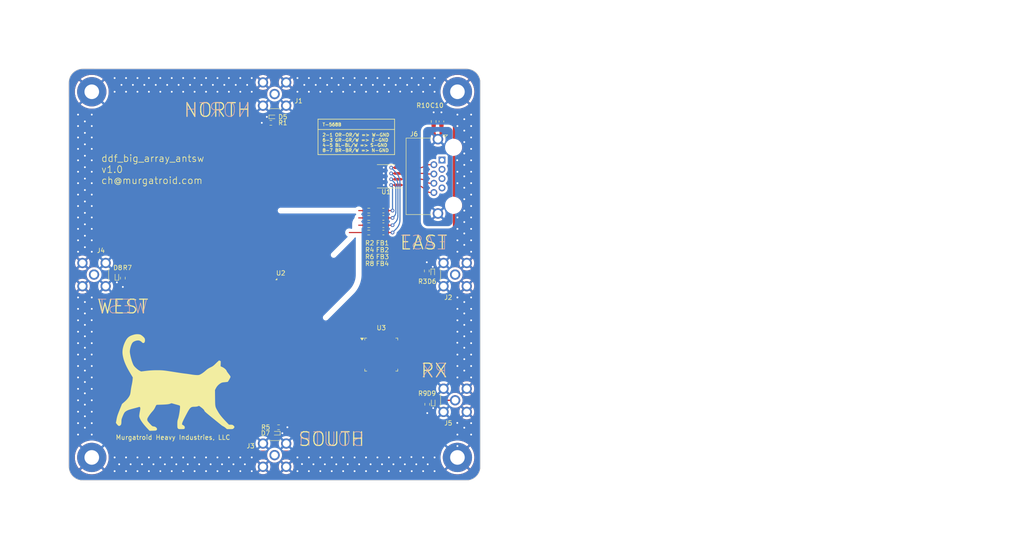
<source format=kicad_pcb>
(kicad_pcb (version 20241229) (generator "pcbnew") (generator_version "9.0")
  (layers (0 "F.Cu" signal) (4 "In1.Cu" signal) (6 "In2.Cu" signal) (2 "B.Cu" signal) (13 "F.Paste" user) (15 "B.Paste" user) (5 "F.SilkS" user "F.Silkscreen") (7 "B.SilkS" user "B.Silkscreen") (1 "F.Mask" user) (3 "B.Mask" user) (25 "Edge.Cuts" user))
  (net 0 "")
  (net 1 "Net-(C5-Pad1)")
  (net 2 "GND")
  (net 3 "Net-(C6-Pad1)")
  (net 4 "Net-(C7-Pad1)")
  (net 5 "Net-(C8-Pad1)")
  (net 6 "/RF_OUT")
  (net 7 "/N_IN")
  (net 8 "/E_IN")
  (net 9 "/S_IN")
  (net 10 "/W_IN")
  (net 11 "W_BIAS")
  (net 12 "S_BIAS")
  (net 13 "E_BIAS")
  (net 14 "N_BIAS")
  (net 15 "/RJ_SHIELD")
  (net 16 "Net-(FB1-Pad2)")
  (net 17 "Net-(FB2-Pad2)")
  (net 18 "Net-(FB3-Pad2)")
  (net 19 "Net-(FB4-Pad2)")
  (net 20 "Net-(U1-D1)")
  (net 21 "Net-(U1-C1)")
  (net 22 "Net-(U1-B1)")
  (net 23 "Net-(U1-A1)")
  (net 27 "/SwitcherOutput/SW_OUT_IN")
  (net 28 "/AntChannel_E/ANT_OUT")
  (net 29 "/AntChannel_W/ANT_OUT")
  (net 34 "/AntChannel_S/ANT_OUT")
  (net 35 "/AntChannel_N/ANT_OUT")
  (net 43 "/mcu/CAN1_TX")
  (net 44 "/mcu/OSC_IN")
  (net 47 "/mcu/RED_ANN")
  (net 51 "+3V3")
  (net 58 "/mcu/SWCLK")
  (net 59 "/mcu/SWDIO")
  (net 60 "/mcu/OSC_OUT")
  (net 62 "/mcu/CAN1_RX")
  (net 63 "/mcu/USB_P")
  (net 65 "/mcu/GRN_ANN")
  (net 71 "/mcu/CAN1_S")
  (net 75 "/mcu/NRESET")
  (net 76 "/mcu/USB_N")
  (footprint "RF:Skyworks_SKY13575_639LF" (layer "F.Cu") (at 126.35 87.13)
    (property "Reference" "U2")
    (property "Value" "SKY13414-485LF")
  )
  (footprint "Connector_RJ:RJ45_Amphenol_RJHSE5380" (layer "F.Cu") (at 161.625 59.94 -90)
    (property "Reference" "J6")
    (property "Value" "RJ45_Shielded")
  )
  (footprint "MountingHole:MountingHole_3.2mm_M3_Pad_TopBottom" (layer "F.Cu") (at 165 45)
    (property "Reference" "H4" (hide yes))
    (property "Value" "MountingHole")
  )
  (footprint "ch:SMA_Horizontal" (layer "F.Cu") (at 125 124.5 90)
    (property "Reference" "J3")
    (property "Value" "Conn_Coaxial")
  )
  (footprint "Diode_SMD:D_SOD-923" (layer "F.Cu") (at 124.575 50.5)
    (property "Reference" "D5")
    (property "Value" "ESD7951ST5G")
  )
  (footprint "Capacitor_SMD:C_0603_1608Metric" (layer "F.Cu") (at 161.5 51.5 90)
    (property "Reference" "C10")
    (property "Value" "1n NP0 50V")
  )
  (footprint "Diode_SMD:D_SOD-923" (layer "F.Cu") (at 159.7 112.925 90)
    (property "Reference" "D9")
    (property "Value" "ESD7951ST5G")
  )
  (footprint "MountingHole:MountingHole_3.2mm_M3_Pad_TopBottom" (layer "F.Cu") (at 165 125)
    (property "Reference" "H2" (hide yes))
    (property "Value" "MountingHole")
  )
  (footprint "Inductor_SMD:L_0603_1608Metric" (layer "F.Cu") (at 148.8 74.2)
    (property "Reference" "FB3")
    (property "Value" "600R @ 100 MHz")
  )
  (footprint "Inductor_SMD:L_0603_1608Metric" (layer "F.Cu") (at 148.8 72.6)
    (property "Reference" "FB2")
    (property "Value" "600R @ 100 MHz")
  )
  (footprint "Resistor_SMD:R_0603_1608Metric_Pad0.98x0.95mm_HandSolder" (layer "F.Cu") (at 145.6 72.6)
    (property "Reference" "R4")
    (property "Value" "270")
  )
  (footprint "MountingHole:MountingHole_3.2mm_M3_Pad_TopBottom" (layer "F.Cu") (at 85 45)
    (property "Reference" "H3" (hide yes))
    (property "Value" "MountingHole")
  )
  (footprint "Resistor_SMD:R_0603_1608Metric_Pad0.98x0.95mm_HandSolder" (layer "F.Cu") (at 145.6 71)
    (property "Reference" "R2")
    (property "Value" "270")
  )
  (footprint "Resistor_SMD:R_0603_1608Metric" (layer "F.Cu") (at 124.175 51.8 180)
    (property "Reference" "R1")
    (property "Value" "100K")
  )
  (footprint "Diode_SMD:D_SOD-923" (layer "F.Cu") (at 125.425 119.7 180)
    (property "Reference" "D7")
    (property "Value" "ESD7951ST5G")
  )
  (footprint "Diode_SMD:D_SOD-923" (layer "F.Cu") (at 90.5 85.425 90)
    (property "Reference" "D8")
    (property "Value" "ESD7951ST5G")
  )
  (footprint "MountingHole:MountingHole_3.2mm_M3_Pad_TopBottom" (layer "F.Cu") (at 85 125)
    (property "Reference" "H1" (hide yes))
    (property "Value" "MountingHole")
  )
  (footprint "ch:SMA_Horizontal" (layer "F.Cu") (at 85.5 85)
    (property "Reference" "J4")
    (property "Value" "Conn_Coaxial")
  )
  (footprint "Resistor_SMD:R_0603_1608Metric" (layer "F.Cu") (at 91.8 85.775 -90)
    (property "Reference" "R7")
    (property "Value" "100K")
  )
  (footprint "Resistor_SMD:R_0603_1608Metric" (layer "F.Cu") (at 158.4 113.375 -90)
    (property "Reference" "R9")
    (property "Value" "100K")
  )
  (footprint "ch:SMA_Horizontal" (layer "F.Cu") (at 164.5 112.5 180)
    (property "Reference" "J5")
    (property "Value" "Conn_Coaxial")
  )
  (footprint "ch:SMA_Horizontal" (layer "F.Cu") (at 164.5 85 180)
    (property "Reference" "J2")
    (property "Value" "Conn_Coaxial")
  )
  (footprint "Resistor_SMD:R_0603_1608Metric_Pad0.98x0.95mm_HandSolder" (layer "F.Cu") (at 145.6 74.2)
    (property "Reference" "R6")
    (property "Value" "270")
  )
  (footprint "Resistor_SMD:R_0603_1608Metric_Pad0.98x0.95mm_HandSolder" (layer "F.Cu") (at 145.6 75.8)
    (property "Reference" "R8")
    (property "Value" "270")
  )
  (footprint "Resistor_SMD:R_0603_1608Metric" (layer "F.Cu") (at 159.8 51.5 90)
    (property "Reference" "R10")
    (property "Value" "100K")
  )
  (footprint "Package_SO:SO-8_3.9x4.9mm_P1.27mm" (layer "F.Cu") (at 149.384 63.5 180)
    (property "Reference" "U1")
    (property "Value" "SMDA05")
  )
  (footprint "Resistor_SMD:R_0603_1608Metric" (layer "F.Cu") (at 125.875 118.4)
    (property "Reference" "R5")
    (property "Value" "100K")
  )
  (footprint "Resistor_SMD:R_0603_1608Metric" (layer "F.Cu") (at 158.3 84.2 90)
    (property "Reference" "R3")
    (property "Value" "100K")
  )
  (footprint "Inductor_SMD:L_0603_1608Metric" (layer "F.Cu") (at 148.8 75.8)
    (property "Reference" "FB4")
    (property "Value" "600R @ 100 MHz")
  )
  (footprint "Inductor_SMD:L_0603_1608Metric" (layer "F.Cu") (at 148.8 71)
    (property "Reference" "FB1")
    (property "Value" "600R @ 100 MHz")
  )
  (footprint "Diode_SMD:D_SOD-923" (layer "F.Cu") (at 159.6 84.58 -90)
    (property "Reference" "D6")
    (property "Value" "ESD7951ST5G")
  )
  (footprint "ch:SMA_Horizontal" (layer "F.Cu") (at 125 45.5 -90)
    (property "Reference" "J1")
    (property "Value" "Conn_Coaxial")
  )
  (footprint "Package_QFP:LQFP-48_7x7mm_P0.5mm" (layer "F.Cu") (at 148.3375 102.5)
    (property "Reference" "U3")
    (property "Value" "STM32G0B1CBT")
  )
  (gr_line (start 134.5 53.25) (end 151.25 53.25) (stroke (width 0.15)) (layer "F.SilkS"))
  (gr_line (start 134.5 58.75) (end 151.25 58.75) (stroke (width 0.15)) (layer "F.SilkS"))
  (gr_poly (pts (xy 94.267153 98.126463) (xy 94.070971 98.181553) (xy 93.889336 98.2387) (xy 93.721233 98.29868) (xy 93.565643 98.362272) (xy 93.421551 98.430255) (xy 93.287938 98.503407) (xy 93.163789 98.582505) (xy 93.048085 98.668329) (xy 92.939811 98.761656) (xy 92.837948 98.863265) (xy 92.741481 98.973934) (xy 92.649391 99.094441) (xy 92.560663 99.225564) (xy 92.474279 99.368082) (xy 92.389221 99.522772) (xy 92.304474 99.690414) (xy 92.216357 99.878744) (xy 92.135454 100.065499) (xy 92.061757 100.250661) (xy 91.995255 100.434212) (xy 91.935938 100.616134) (xy 91.883797 100.796408) (xy 91.838823 100.975016) (xy 91.801005 101.15194) (xy 91.770334 101.327162) (xy 91.7468 101.500663) (xy 91.730394 101.672426) (xy 91.721105 101.842432) (xy 91.718925 102.010663) (xy 91.723842 102.1771) (xy 91.735849 102.341726) (xy 91.754935 102.504522) (xy 91.792013 102.73092) (xy 91.835503 102.955453) (xy 91.885731 103.178953) (xy 91.943024 103.402254) (xy 92.007711 103.626187) (xy 92.080119 103.851584) (xy 92.160576 104.07928) (xy 92.249408 104.310105) (xy 92.346943 104.544893) (xy 92.453509 104.784477) (xy 92.569434 105.029687) (xy 92.695045 105.281358) (xy 92.830668 105.540321) (xy 92.976633 105.807409) (xy 93.133266 106.083455) (xy 93.300895 106.369291) (xy 93.97717 107.504618) (xy 93.934836 108.006004) (xy 93.922825 108.121798) (xy 93.905418 108.257474) (xy 93.883472 108.408007) (xy 93.857843 108.568376) (xy 93.829385 108.733556) (xy 93.798956 108.898526) (xy 93.767411 109.058262) (xy 93.735605 109.207742) (xy 93.701767 109.358861) (xy 93.668546 109.523282) (xy 93.636583 109.695628) (xy 93.606522 109.870522) (xy 93.554668 110.206452) (xy 93.534159 110.356734) (xy 93.518118 110.48806) (xy 93.502897 110.617313) (xy 93.484702 110.745355) (xy 93.463958 110.869855) (xy 93.441091 110.988486) (xy 93.416525 111.098919) (xy 93.390684 111.198826) (xy 93.363993 111.285877) (xy 93.350462 111.323855) (xy 93.336878 111.357745) (xy 93.294785 111.447736) (xy 93.247858 111.538728) (xy 93.196211 111.630588) (xy 93.139958 111.723184) (xy 93.079214 111.816381) (xy 93.014093 111.910046) (xy 92.94471 112.004046) (xy 92.871178 112.098247) (xy 92.793613 112.192517) (xy 92.712128 112.286721) (xy 92.626838 112.380727) (xy 92.537857 112.474402) (xy 92.4453 112.567611) (xy 92.34928 112.660222) (xy 92.249912 112.752101) (xy 92.147311 112.843115) (xy 91.609943 113.308253) (xy 91.223387 114.262341) (xy 90.864422 115.164971) (xy 90.741863 115.488382) (xy 90.648183 115.753896) (xy 90.576579 115.982042) (xy 90.520248 116.193349) (xy 90.472389 116.408345) (xy 90.426197 116.64756) (xy 90.38066 116.901771) (xy 90.337926 117.123116) (xy 90.303079 117.287856) (xy 90.290203 117.341582) (xy 90.281205 117.372255) (xy 90.279131 117.381968) (xy 90.279619 117.39404) (xy 90.282542 117.408315) (xy 90.287774 117.424639) (xy 90.304652 117.462813) (xy 90.329236 117.507323) (xy 90.360507 117.55693) (xy 90.39745 117.610396) (xy 90.439044 117.666482) (xy 90.484273 117.72395) (xy 90.532119 117.78156) (xy 90.581564 117.838074) (xy 90.631591 117.892253) (xy 90.681181 117.942859) (xy 90.729317 117.988653) (xy 90.774981 118.028397) (xy 90.817155 118.06085) (xy 90.836616 118.073957) (xy 90.854822 118.084776) (xy 90.869227 118.091597) (xy 90.884094 118.097337) (xy 90.899389 118.102012) (xy 90.915079 118.10564) (xy 90.931131 118.108237) (xy 90.947512 118.109819) (xy 90.964188 118.110403) (xy 90.981128 118.110006) (xy 90.998296 118.108645) (xy 91.015661 118.106335) (xy 91.033189 118.103094) (xy 91.050847 118.098938) (xy 91.068602 118.093884) (xy 91.086421 118.087948) (xy 91.104271 118.081147) (xy 91.122117 118.073498) (xy 91.157671 118.055722) (xy 91.192817 118.034751) (xy 91.22729 118.010719) (xy 91.260825 117.983759) (xy 91.293157 117.954004) (xy 91.324021 117.921587) (xy 91.353152 117.886641) (xy 91.366985 117.86826) (xy 91.380285 117.849298) (xy 91.393386 117.827004) (xy 91.405522 117.802963) (xy 91.416719 117.776989) (xy 91.427004 117.748896) (xy 91.436404 117.718499) (xy 91.444946 117.685614) (xy 91.452656 117.650054) (xy 91.45956 117.611635) (xy 91.465687 117.570171) (xy 91.471062 117.525477) (xy 91.475712 117.477367) (xy 91.479665 117.425657) (xy 91.482946 117.370162) (xy 91.485582 117.310695) (xy 91.487601 117.247072) (xy 91.489028 117.179107) (xy 91.49082 117.019688) (xy 91.493484 116.949308) (xy 91.497706 116.883436) (xy 91.503767 116.820789) (xy 91.511953 116.760082) (xy 91.522544 116.700033) (xy 91.535827 116.639358) (xy 91.552082 116.576772) (xy 91.571594 116.510993) (xy 91.594647 116.440737) (xy 91.621523 116.36472) (xy 91.687878 116.190268) (xy 91.772926 115.977369) (xy 91.83319 115.835271) (xy 91.895172 115.696643) (xy 91.957166 115.564953) (xy 92.017467 115.443672) (xy 92.07437 115.33627) (xy 92.12617 115.246215) (xy 92.17116 115.176977) (xy 92.190569 115.151249) (xy 92.207637 115.132026) (xy 92.271235 115.069197) (xy 92.338041 115.009564) (xy 92.40885 114.952781) (xy 92.484457 114.898503) (xy 92.565657 114.846384) (xy 92.653246 114.796079) (xy 92.74802 114.747244) (xy 92.850772 114.699532) (xy 92.9623 114.652598) (xy 93.083397 114.606097) (xy 93.214859 114.559684) (xy 93.357483 114.513013) (xy 93.512061 114.465739) (xy 93.679392 114.417517) (xy 93.860268 114.368) (xy 94.055487 114.316845) (xy 94.479047 114.20794) (xy 94.85337 114.106998) (xy 95.138248 114.026444) (xy 95.293472 113.978707) (xy 95.320489 113.969246) (xy 95.345026 113.961219) (xy 95.367298 113.954656) (xy 95.387515 113.949582) (xy 95.40589 113.946027) (xy 95.422636 113.944016) (xy 95.430464 113.943599) (xy 95.437965 113.943579) (xy 95.445165 113.943958) (xy 95.45209 113.944741) (xy 95.458766 113.945931) (xy 95.465222 113.947532) (xy 95.471482 113.949546) (xy 95.477574 113.951978) (xy 95.483525 113.95483) (xy 95.489359 113.958106) (xy 95.495106 113.96181) (xy 95.500789 113.965946) (xy 95.512077 113.975523) (xy 95.523434 113.986865) (xy 95.535074 114) (xy 95.547208 114.014956) (xy 95.557048 114.028619) (xy 95.566179 114.042487) (xy 95.574599 114.056662) (xy 95.582307 114.071244) (xy 95.589303 114.086335) (xy 95.595585 114.102033) (xy 95.601152 114.118441) (xy 95.606003 114.135659) (xy 95.610137 114.153787) (xy 95.613553 114.172927) (xy 95.61625 114.193177) (xy 95.618226 114.214641) (xy 95.619482 114.237417) (xy 95.620015 114.261606) (xy 95.619824 114.28731) (xy 95.618909 114.314629) (xy 95.614902 114.374513) (xy 95.607984 114.442063) (xy 95.598147 114.518085) (xy 95.585382 114.603384) (xy 95.56968 114.698764) (xy 95.551034 114.805031) (xy 95.529435 114.92299) (xy 95.504874 115.053445) (xy 95.480623 115.182462) (xy 95.458005 115.313456) (xy 95.437515 115.442752) (xy 95.419645 115.56667) (xy 95.404888 115.681536) (xy 95.393736 115.78367) (xy 95.386684 115.869395) (xy 95.384224 115.935035) (xy 95.386198 115.987407) (xy 95.392093 116.042582) (xy 95.401866 116.100498) (xy 95.415476 116.16109) (xy 95.454038 116.290055) (xy 95.507441 116.428972) (xy 95.575351 116.577336) (xy 95.65743 116.734643) (xy 95.753344 116.900389) (xy 95.862756 117.074068) (xy 95.98533 117.255176) (xy 96.120729 117.443208) (xy 96.268619 117.63766) (xy 96.428662 117.838028) (xy 96.600524 118.043805) (xy 96.783867 118.254489) (xy 96.978356 118.469574) (xy 97.183655 118.688556) (xy 97.648528 119.177771) (xy 98.367137 119.159777) (xy 98.597657 119.153282) (xy 98.774314 119.146064) (xy 98.845254 119.14161) (xy 98.906099 119.136286) (xy 98.957975 119.129861) (xy 99.002004 119.122107) (xy 99.039312 119.112793) (xy 99.071021 119.10169) (xy 99.098257 119.088568) (xy 99.122142 119.073196) (xy 99.143801 119.055346) (xy 99.164357 119.034787) (xy 99.206659 118.984623) (xy 99.22478 118.958659) (xy 99.240665 118.934924) (xy 99.254338 118.913101) (xy 99.265827 118.892871) (xy 99.275158 118.873916) (xy 99.279022 118.864816) (xy 99.282357 118.855916) (xy 99.285166 118.847174) (xy 99.287451 118.838553) (xy 99.289217 118.830011) (xy 99.290466 118.821508) (xy 99.291202 118.813006) (xy 99.291429 118.804464) (xy 99.291148 118.795842) (xy 99.290365 118.787101) (xy 99.289081 118.778201) (xy 99.287301 118.769101) (xy 99.285028 118.759763) (xy 99.282264 118.750145) (xy 99.27528 118.729915) (xy 99.266375 118.708092) (xy 99.255575 118.684358) (xy 99.242907 118.658393) (xy 99.231243 118.63546) (xy 99.218873 118.613096) (xy 99.205801 118.591304) (xy 99.192031 118.570086) (xy 99.177566 118.549444) (xy 99.162409 118.52938) (xy 99.146564 118.509896) (xy 99.130033 118.490994) (xy 99.112821 118.472677) (xy 99.094931 118.454946) (xy 99.076365 118.437804) (xy 99.057128 118.421253) (xy 99.037222 118.405295) (xy 99.016652 118.389932) (xy 98.995419 118.375166) (xy 98.973528 118.361) (xy 98.950983 118.347435) (xy 98.927785 118.334474) (xy 98.90394 118.322119) (xy 98.879449 118.310371) (xy 98.854317 118.299234) (xy 98.828546 118.288709) (xy 98.775104 118.269504) (xy 98.719148 118.252773) (xy 98.660706 118.238533) (xy 98.599805 118.226802) (xy 98.53647 118.217596) (xy 98.483875 118.209744) (xy 98.436318 118.20155) (xy 98.392758 118.192244) (xy 98.37215 118.186933) (xy 98.35215 118.181055) (xy 98.332627 118.174514) (xy 98.313451 118.167213) (xy 98.29449 118.159057) (xy 98.275616 118.149949) (xy 98.256696 118.139793) (xy 98.237602 118.128492) (xy 98.218202 118.115951) (xy 98.198365 118.102073) (xy 98.177962 118.086761) (xy 98.156862 118.06992) (xy 98.134934 118.051453) (xy 98.112049 118.031264) (xy 98.062881 117.985335) (xy 98.008316 117.931363) (xy 97.947309 117.868577) (xy 97.878818 117.796208) (xy 97.715203 117.619639) (xy 97.534321 117.420913) (xy 97.458691 117.334246) (xy 97.392345 117.254886) (xy 97.334843 117.181966) (xy 97.285741 117.114618) (xy 97.244599 117.051976) (xy 97.210973 116.993171) (xy 97.184424 116.937337) (xy 97.164508 116.883606) (xy 97.150784 116.83111) (xy 97.14281 116.778982) (xy 97.140144 116.726356) (xy 97.142345 116.672362) (xy 97.14897 116.616135) (xy 97.159578 116.556807) (xy 97.174661 116.502588) (xy 97.201152 116.435954) (xy 97.238147 116.358215) (xy 97.284747 116.270677) (xy 97.340048 116.17465) (xy 97.40315 116.071442) (xy 97.473149 115.962361) (xy 97.549145 115.848716) (xy 97.630234 115.731816) (xy 97.715516 115.612968) (xy 97.804089 115.493482) (xy 97.89505 115.374665) (xy 97.987498 115.257826) (xy 98.080531 115.144275) (xy 98.173246 115.035318) (xy 98.264743 114.932264) (xy 98.314782 114.876922) (xy 98.363041 114.821743) (xy 98.409583 114.766614) (xy 98.45447 114.71142) (xy 98.497765 114.656046) (xy 98.539531 114.600378) (xy 98.579829 114.5443) (xy 98.618722 114.487699) (xy 98.656273 114.430458) (xy 98.692544 114.372465) (xy 98.727596 114.313603) (xy 98.761494 114.253758) (xy 98.794298 114.192815) (xy 98.826072 114.13066) (xy 98.856878 114.067179) (xy 98.886779 114.002255) (xy 98.958671 113.850398) (xy 98.98969 113.787204) (xy 99.017966 113.731814) (xy 99.043906 113.683715) (xy 99.067916 113.642394) (xy 99.090403 113.607336) (xy 99.111773 113.578029) (xy 99.132434 113.553959) (xy 99.15279 113.534612) (xy 99.17325 113.519475) (xy 99.19422 113.508034) (xy 99.216106 113.499776) (xy 99.239314 113.494187) (xy 99.264252 113.490754) (xy 99.291326 113.488963) (xy 100.497012 113.448151) (xy 100.940681 113.426269) (xy 101.296173 113.40218) (xy 101.576941 113.374965) (xy 101.796438 113.343707) (xy 101.968118 113.307488) (xy 102.105435 113.26539) (xy 102.449658 113.138655) (xy 102.980941 113.289732) (xy 103.787288 113.512267) (xy 104.022892 113.582955) (xy 104.107379 113.612057) (xy 104.172923 113.638485) (xy 104.221975 113.663353) (xy 104.256985 113.687776) (xy 104.280405 113.71287) (xy 104.294684 113.73975) (xy 104.302275 113.76953) (xy 104.305626 113.803326) (xy 104.309414 113.887425) (xy 104.312766 113.979629) (xy 104.309599 114.09766) (xy 104.285937 114.397335) (xy 104.242883 114.758711) (xy 104.184895 115.154051) (xy 104.116426 115.555617) (xy 104.041932 115.935672) (xy 103.96587 116.266476) (xy 103.928643 116.404742) (xy 103.892695 116.520294) (xy 103.840046 116.680957) (xy 103.818171 116.752859) (xy 103.799024 116.820757) (xy 103.78243 116.885863) (xy 103.76821 116.949389) (xy 103.756186 117.012546) (xy 103.746182 117.076547) (xy 103.73802 117.142604) (xy 103.731522 117.211929) (xy 103.72651 117.285733) (xy 103.722808 117.365229) (xy 103.718621 117.546143) (xy 103.717541 117.764366) (xy 103.718288 117.982066) (xy 103.721233 118.155254) (xy 103.727434 118.290937) (xy 103.732085 118.346905) (xy 103.737947 118.396123) (xy 103.745152 118.43947) (xy 103.753831 118.47782) (xy 103.764117 118.512049) (xy 103.776142 118.543033) (xy 103.790039 118.571648) (xy 103.805938 118.598771) (xy 103.823973 118.625277) (xy 103.844276 118.652041) (xy 103.865976 118.6787) (xy 103.876282 118.690817) (xy 103.886389 118.702159) (xy 103.896419 118.712752) (xy 103.906496 118.722622) (xy 103.916742 118.731794) (xy 103.92728 118.740293) (xy 103.938233 118.748145) (xy 103.949723 118.755377) (xy 103.961873 118.762012) (xy 103.974807 118.768077) (xy 103.988646 118.773597) (xy 104.003514 118.778598) (xy 104.019533 118.783106) (xy 104.036826 118.787145) (xy 104.055515 118.790742) (xy 104.075725 118.793921) (xy 104.097577 118.796709) (xy 104.121194 118.799131) (xy 104.146698 118.801213) (xy 104.174214 118.802979) (xy 104.203863 118.804457) (xy 104.235768 118.80567) (xy 104.306837 118.807407) (xy 104.388404 118.808395) (xy 104.481452 118.808837) (xy 104.586961 118.80894) (xy 104.819064 118.806983) (xy 104.91509 118.803927) (xy 104.998863 118.798943) (xy 105.071206 118.791625) (xy 105.132942 118.781564) (xy 105.184892 118.768355) (xy 105.207456 118.760443) (xy 105.227881 118.751591) (xy 105.246272 118.741748) (xy 105.262731 118.730864) (xy 105.277361 118.718887) (xy 105.290264 118.705767) (xy 105.301545 118.691453) (xy 105.311305 118.675894) (xy 105.319647 118.65904) (xy 105.326674 118.640838) (xy 105.337196 118.600191) (xy 105.343693 118.553547) (xy 105.346988 118.500499) (xy 105.347903 118.44064) (xy 105.347394 118.408829) (xy 105.345813 118.378964) (xy 105.343081 118.350866) (xy 105.339118 118.32436) (xy 105.333846 118.299269) (xy 105.327184 118.275418) (xy 105.319053 118.252629) (xy 105.309373 118.230726) (xy 105.298066 118.209534) (xy 105.285052 118.188875) (xy 105.270251 118.168574) (xy 105.253584 118.148454) (xy 105.234971 118.128338) (xy 105.214333 118.108051) (xy 105.19159 118.087416) (xy 105.166664 118.066256) (xy 105.148088 118.050332) (xy 105.128689 118.034386) (xy 105.088091 118.002887) (xy 105.046215 117.972679) (xy 105.004408 117.944679) (xy 104.98395 117.931794) (xy 104.964014 117.919804) (xy 104.944768 117.908826) (xy 104.92638 117.898973) (xy 104.909018 117.89036) (xy 104.892851 117.883102) (xy 104.878047 117.877313) (xy 104.864773 117.873109) (xy 104.842713 117.864713) (xy 104.822995 117.854176) (xy 104.805659 117.841371) (xy 104.790746 117.826172) (xy 104.778297 117.808454) (xy 104.768354 117.788089) (xy 104.760957 117.764952) (xy 104.756146 117.738916) (xy 104.753963 117.709856) (xy 104.754449 117.677644) (xy 104.757644 117.642156) (xy 104.76359 117.603265) (xy 104.772327 117.560845) (xy 104.783896 117.514769) (xy 104.798338 117.464912) (xy 104.815694 117.411147) (xy 104.836005 117.353348) (xy 104.859312 117.291389) (xy 104.885655 117.225144) (xy 104.915076 117.154487) (xy 104.947616 117.079291) (xy 104.983314 116.99943) (xy 105.064353 116.825211) (xy 105.158519 116.630819) (xy 105.266141 116.415245) (xy 105.387544 116.17748) (xy 105.523057 115.916516) (xy 105.851056 115.293176) (xy 105.990967 115.036926) (xy 106.117828 114.814464) (xy 106.233893 114.623417) (xy 106.341421 114.461418) (xy 106.442665 114.326095) (xy 106.539883 114.215079) (xy 106.635331 114.125999) (xy 106.731264 114.056487) (xy 106.829939 114.00417) (xy 106.933612 113.966681) (xy 107.044538 113.941648) (xy 107.164975 113.926702) (xy 107.297177 113.919472) (xy 107.443402 113.917588) (xy 107.551898 113.915901) (xy 107.658959 113.910887) (xy 107.763173 113.902617) (xy 107.86313 113.891163) (xy 107.95742 113.876595) (xy 108.04463 113.858986) (xy 108.08514 113.849064) (xy 108.123351 113.838407) (xy 108.159087 113.827026) (xy 108.192172 113.814929) (xy 108.476069 113.718356) (xy 108.862628 113.996168) (xy 108.940983 114.052341) (xy 109.017227 114.109642) (xy 109.090953 114.167637) (xy 109.161755 114.225893) (xy 109.229227 114.283976) (xy 109.292963 114.34145) (xy 109.352557 114.397883) (xy 109.407602 114.45284) (xy 109.457693 114.505887) (xy 109.502422 114.55659) (xy 109.541385 114.604514) (xy 109.574174 114.649227) (xy 109.600384 114.690293) (xy 109.619608 114.727279) (xy 109.63144 114.759751) (xy 109.634458 114.774158) (xy 109.635475 114.787274) (xy 109.636682 114.798742) (xy 109.640391 114.811743) (xy 109.646734 114.826394) (xy 109.655842 114.842809) (xy 109.667847 114.861105) (xy 109.682881 114.881399) (xy 109.701074 114.903805) (xy 109.72256 114.928441) (xy 109.775933 114.984865) (xy 109.844053 115.051597) (xy 109.927972 115.129567) (xy 110.028745 115.219702) (xy 110.147423 115.322931) (xy 110.285061 115.440182) (xy 110.44271 115.572383) (xy 110.621424 115.720463) (xy 110.822256 115.885349) (xy 111.046259 116.067971) (xy 111.567991 116.490132) (xy 113.198353 117.818605) (xy 113.269601 117.878113) (xy 113.345859 117.937733) (xy 113.424796 117.995914) (xy 113.50408 118.051107) (xy 113.581379 118.10176) (xy 113.654362 118.146324) (xy 113.688507 118.165837) (xy 113.720698 118.183247) (xy 113.750644 118.19836) (xy 113.778054 118.210981) (xy 113.804116 118.223466) (xy 113.832309 118.238167) (xy 113.862361 118.25489) (xy 113.893996 118.27344) (xy 113.960923 118.315235) (xy 114.030898 118.361992) (xy 114.101728 118.412147) (xy 114.171222 118.464137) (xy 114.237188 118.516401) (xy 114.297433 118.567375) (xy 114.575245 118.80894) (xy 115.221623 118.80894) (xy 115.430068 118.808348) (xy 115.590304 118.805347) (xy 115.655155 118.802369) (xy 115.711325 118.798099) (xy 115.759939 118.792307) (xy 115.80212 118.784764) (xy 115.838994 118.775239) (xy 115.871683 118.763503) (xy 115.901312 118.749327) (xy 115.929005 118.732479) (xy 115.955885 118.712731) (xy 115.983077 118.689853) (xy 116.042892 118.633786) (xy 116.083142 118.590719) (xy 116.101192 118.569949) (xy 116.117852 118.549642) (xy 116.133121 118.529764) (xy 116.146995 118.510281) (xy 116.159469 118.491158) (xy 116.170541 118.47236) (xy 116.180208 118.453855) (xy 116.188465 118.435608) (xy 116.19531 118.417583) (xy 116.200738 118.399748) (xy 116.204747 118.382068) (xy 116.207333 118.364508) (xy 116.208493 118.347035) (xy 116.208223 118.329613) (xy 116.20652 118.31221) (xy 116.20338 118.29479) (xy 116.1988 118.27732) (xy 116.192776 118.259764) (xy 116.185306 118.242089) (xy 116.176385 118.224261) (xy 116.16601 118.206246) (xy 116.154177 118.188008) (xy 116.140884 118.169514) (xy 116.126127 118.15073) (xy 116.109902 118.131621) (xy 116.092206 118.112153) (xy 116.052388 118.072004) (xy 116.006643 118.030008) (xy 115.97188 118.000042) (xy 115.939614 117.973417) (xy 115.909236 117.949938) (xy 115.880135 117.929412) (xy 115.865873 117.920195) (xy 115.851702 117.911643) (xy 115.837546 117.903733) (xy 115.823328 117.896439) (xy 115.808972 117.889737) (xy 115.794403 117.883603) (xy 115.779543 117.878014) (xy 115.764317 117.872944) (xy 115.748648 117.868369) (xy 115.73246 117.864265) (xy 115.715678 117.860608) (xy 115.698224 117.857374) (xy 115.660997 117.852076) (xy 115.620172 117.848176) (xy 115.575137 117.845481) (xy 115.525284 117.843796) (xy 115.470003 117.842928) (xy 115.408683 117.842681) (xy 115.028477 117.842681) (xy 114.54535 117.341562) (xy 114.175003 116.955997) (xy 113.852703 116.609765) (xy 113.57272 116.295793) (xy 113.329324 116.007003) (xy 113.116785 115.736321) (xy 113.020297 115.605559) (xy 112.929374 115.47667) (xy 112.8433 115.348771) (xy 112.761359 115.220976) (xy 112.607012 114.962162) (xy 112.400682 114.602955) (xy 112.317887 114.454026) (xy 112.247303 114.319036) (xy 112.187903 114.193103) (xy 112.13866 114.071344) (xy 112.117526 114.010504) (xy 112.098546 113.948876) (xy 112.081592 113.885851) (xy 112.066535 113.820818) (xy 112.053247 113.753166) (xy 112.041599 113.682285) (xy 112.022712 113.528396) (xy 112.008847 113.354268) (xy 111.998975 113.155018) (xy 111.992071 112.925764) (xy 111.987107 112.661623) (xy 111.978892 112.009149) (xy 111.9609 110.257872) (xy 112.166215 109.853325) (xy 112.209838 109.771327) (xy 112.256897 109.690698) (xy 112.307283 109.611536) (xy 112.360892 109.533939) (xy 112.417616 109.458003) (xy 112.477351 109.383827) (xy 112.539989 109.311508) (xy 112.605424 109.241144) (xy 112.673551 109.172832) (xy 112.744263 109.106671) (xy 112.817454 109.042758) (xy 112.893017 108.981191) (xy 112.970847 108.922066) (xy 113.050837 108.865483) (xy 113.132882 108.811538) (xy 113.216874 108.76033) (xy 113.259205 108.735462) (xy 113.300563 108.71284) (xy 113.341533 108.692306) (xy 113.382699 108.6737) (xy 113.424644 108.656863) (xy 113.467953 108.641635) (xy 113.51321 108.627858) (xy 113.560999 108.615372) (xy 113.611904 108.604017) (xy 113.666509 108.593635) (xy 113.725398 108.584066) (xy 113.789156 108.575151) (xy 113.858366 108.56673) (xy 113.933612 108.558645) (xy 114.104551 108.542843) (xy 114.343251 108.51946) (xy 114.546902 108.496078) (xy 114.628848 108.485099) (xy 114.693949 108.474977) (xy 114.739509 108.465996) (xy 114.75412 108.462022) (xy 114.762835 108.458441) (xy 114.768808 108.452516) (xy 114.77758 108.441766) (xy 114.788974 108.426454) (xy 114.802812 108.406847) (xy 114.83711 108.355805) (xy 114.879053 108.290761) (xy 114.927223 108.213835) (xy 114.980198 108.127149) (xy 115.036559 108.032823) (xy 115.094886 107.932978) (xy 115.165724 107.81113) (xy 115.224532 107.703233) (xy 115.249556 107.65427) (xy 115.271731 107.6085) (xy 115.291109 107.565825) (xy 115.307743 107.526148) (xy 115.321686 107.48937) (xy 115.33299 107.455392) (xy 115.341708 107.424118) (xy 115.347893 107.395448) (xy 115.351598 107.369285) (xy 115.352875 107.345531) (xy 115.351777 107.324088) (xy 115.348356 107.304857) (xy 115.342966 107.287843) (xy 115.333694 107.266474) (xy 115.320773 107.241059) (xy 115.304432 107.211906) (xy 115.284902 107.179324) (xy 115.262413 107.143621) (xy 115.209484 107.064087) (xy 115.147488 106.975771) (xy 115.078271 106.881144) (xy 115.003678 106.782671) (xy 114.925553 106.682821) (xy 114.845419 106.582514) (xy 114.769263 106.482619) (xy 114.698781 106.385831) (xy 114.635669 106.294843) (xy 114.581623 106.212352) (xy 114.53834 106.14105) (xy 114.521264 106.110438) (xy 114.507515 106.083633) (xy 114.497304 106.060973) (xy 114.490844 106.042794) (xy 114.484443 106.02123) (xy 114.475523 105.998517) (xy 114.464186 105.97474) (xy 114.450531 105.949989) (xy 114.434656 105.924349) (xy 114.416662 105.897909) (xy 114.374713 105.842976) (xy 114.325479 105.785888) (xy 114.269755 105.727344) (xy 114.208339 105.668042) (xy 114.142024 105.608679) (xy 114.071607 105.549956) (xy 113.997884 105.49257) (xy 113.921651 105.437219) (xy 113.843702 105.384602) (xy 113.764834 105.335417) (xy 113.685842 105.290363) (xy 113.607522 105.250139) (xy 113.53067 105.215442) (xy 113.192532 105.070451) (xy 113.210523 104.466671) (xy 113.215964 104.270819) (xy 113.218031 104.122821) (xy 113.217443 104.06473) (xy 113.215583 104.016159) (xy 113.21231 103.976294) (xy 113.20748 103.944318) (xy 113.200952 103.919418) (xy 113.192581 103.900778) (xy 113.182226 103.887585) (xy 113.169744 103.879024) (xy 113.154992 103.874279) (xy 113.137829 103.872536) (xy 113.11811 103.872981) (xy 113.095693 103.874799) (xy 113.080221 103.876518) (xy 113.065468 103.877129) (xy 113.051452 103.876659) (xy 113.044726 103.876027) (xy 113.038191 103.875134) (xy 113.03185 103.873984) (xy 113.025705 103.872581) (xy 113.019757 103.870928) (xy 113.01401 103.869027) (xy 113.008465 103.866883) (xy 113.003125 103.864499) (xy 112.997992 103.861878) (xy 112.993068 103.859023) (xy 112.988356 103.855938) (xy 112.983858 103.852627) (xy 112.979576 103.849091) (xy 112.975512 103.845336) (xy 112.97167 103.841363) (xy 112.96805 103.837178) (xy 112.964655 103.832781) (xy 112.961488 103.828179) (xy 112.958551 103.823372) (xy 112.955846 103.818366) (xy 112.953376 103.813163) (xy 112.951142 103.807766) (xy 112.949147 103.802179) (xy 112.947393 103.796405) (xy 112.945882 103.790448) (xy 112.944618 103.784311) (xy 112.94243 103.777621) (xy 112.939222 103.772298) (xy 112.937226 103.770156) (xy 112.934964 103.768365) (xy 112.932432 103.766926) (xy 112.929627 103.765844) (xy 112.923184 103.764756) (xy 112.915606 103.765125) (xy 112.906863 103.766971) (xy 112.896927 103.770317) (xy 112.885769 103.775186) (xy 112.873361 103.781598) (xy 112.859674 103.789576) (xy 112.84468 103.799143) (xy 112.828349 103.81032) (xy 112.810653 103.823129) (xy 112.791563 103.837592) (xy 112.771051 103.853731) (xy 112.725645 103.891128) (xy 112.674206 103.935493) (xy 112.616503 103.987005) (xy 112.552307 104.04584) (xy 112.481389 104.112173) (xy 112.40352 104.186181) (xy 112.31847 104.268041) (xy 112.22601 104.357928) (xy 112.017736 104.560422) (xy 111.843708 104.724252) (xy 111.766441 104.793925) (xy 111.69402 104.856642) (xy 111.625207 104.913304) (xy 111.558764 104.964816) (xy 111.493453 105.01208) (xy 111.428036 105.055999) (xy 111.361273 105.097477) (xy 111.291928 105.137415) (xy 111.218761 105.176719) (xy 111.140534 105.216289) (xy 110.963948 105.299845) (xy 110.806519 105.377858) (xy 110.733003 105.416408) (xy 110.662327 105.455089) (xy 110.594021 105.49423) (xy 110.527616 105.534157) (xy 110.462643 105.575196) (xy 110.398633 105.617676) (xy 110.335115 105.661923) (xy 110.271621 105.708265) (xy 110.207681 105.757028) (xy 110.142826 105.80854) (xy 110.076587 105.863128) (xy 110.008494 105.921118) (xy 109.864869 106.048616) (xy 109.750438 106.148295) (xy 109.626835 106.250184) (xy 109.497961 106.351459) (xy 109.367717 106.449295) (xy 109.240003 106.540868) (xy 109.11872 106.623354) (xy 109.007768 106.693927) (xy 108.957385 106.723863) (xy 108.911047 106.749762) (xy 108.777794 106.822312) (xy 108.720017 106.852215) (xy 108.66675 106.878214) (xy 108.616947 106.900565) (xy 108.569565 106.919524) (xy 108.523561 106.93535) (xy 108.477891 106.948299) (xy 108.43151 106.958629) (xy 108.383376 106.966594) (xy 108.332444 106.972454) (xy 108.277671 106.976465) (xy 108.218013 106.978884) (xy 108.152426 106.979967) (xy 107.999291 106.979156) (xy 107.887753 106.976696) (xy 107.755676 106.969644) (xy 107.608022 106.958492) (xy 107.449752 106.943735) (xy 107.285826 106.925865) (xy 107.121205 106.905375) (xy 106.960851 106.882758) (xy 106.809724 106.858506) (xy 106.488615 106.806317) (xy 106.134144 106.753533) (xy 105.789843 106.706404) (xy 105.499244 106.671181) (xy 105.133573 106.625214) (xy 104.584447 106.548117) (xy 103.926577 106.449539) (xy 103.234675 106.33913) (xy 101.728332 106.10506) (xy 101.201409 106.030567) (xy 100.771637 105.979065) (xy 100.398753 105.946526) (xy 100.042499 105.928922) (xy 99.662611 105.922226) (xy 99.21883 105.922411) (xy 98.903932 105.924419) (xy 98.604252 105.930534) (xy 98.31576 105.940898) (xy 98.034423 105.955649) (xy 97.756211 105.974927) (xy 97.477094 105.998871) (xy 97.193041 106.027621) (xy 96.900021 106.061317) (xy 95.788771 106.194138) (xy 95.46254 106.025069) (xy 95.383479 105.981789) (xy 95.298763 105.929625) (xy 95.209534 105.869606) (xy 95.116932 105.802757) (xy 95.022099 105.730106) (xy 94.926177 105.652678) (xy 94.830307 105.571501) (xy 94.73563 105.487601) (xy 94.643288 105.402006) (xy 94.554422 105.315741) (xy 94.470174 105.229833) (xy 94.391684 105.145309) (xy 94.320095 105.063196) (xy 94.256548 104.98452) (xy 94.202184 104.910309) (xy 94.158144 104.841588) (xy 94.092126 104.718513) (xy 94.023764 104.571185) (xy 93.953969 104.402949) (xy 93.883651 104.217147) (xy 93.813723 104.017123) (xy 93.745095 103.806219) (xy 93.615385 103.365147) (xy 93.50181 102.920677) (xy 93.41166 102.499555) (xy 93.377647 102.306107) (xy 93.352224 102.128525) (xy 93.336302 101.970153) (xy 93.330792 101.834334) (xy 93.335397 101.707325) (xy 93.346636 101.574109) (xy 93.364065 101.436118) (xy 93.387244 101.294787) (xy 93.415729 101.151546) (xy 93.449078 101.007831) (xy 93.48685 100.865073) (xy 93.528602 100.724704) (xy 93.573891 100.588159) (xy 93.622276 100.45687) (xy 93.673314 100.33227) (xy 93.726564 100.215791) (xy 93.781582 100.108866) (xy 93.837927 100.012929) (xy 93.895156 99.929412) (xy 93.952828 99.859748) (xy 93.980659 99.831148) (xy 94.010835 99.803117) (xy 94.077693 99.748925) (xy 94.15235 99.697492) (xy 94.233753 99.649136) (xy 94.320851 99.604177) (xy 94.41259 99.562934) (xy 94.50792 99.525725) (xy 94.605786 99.49287) (xy 94.705138 99.464688) (xy 94.804923 99.441497) (xy 94.904088 99.423617) (xy 95.001582 99.411366) (xy 95.096352 99.405064) (xy 95.187346 99.405029) (xy 95.273511 99.41158) (xy 95.314455 99.417426) (xy 95.353796 99.425037) (xy 95.394972 99.435441) (xy 95.436841 99.448424) (xy 95.479255 99.46388) (xy 95.522063 99.481704) (xy 95.565116 99.50179) (xy 95.608265 99.524031) (xy 95.651359 99.548324) (xy 95.694249 99.57456) (xy 95.736786 99.602635) (xy 95.77882 99.632443) (xy 95.820201 99.663878) (xy 95.860779 99.696835) (xy 95.900406 99.731206) (xy 95.938931 99.766888) (xy 95.976206 99.803773) (xy 96.012079 99.841756) (xy 96.02874 99.859228) (xy 96.045854 99.87543) (xy 96.063378 99.890366) (xy 96.081271 99.904038) (xy 96.09949 99.916451) (xy 96.117995 99.927608) (xy 96.136742 99.937511) (xy 96.15569 99.946163) (xy 96.174797 99.95357) (xy 96.194021 99.959732) (xy 96.21332 99.964654) (xy 96.232652 99.968339) (xy 96.251975 99.970791) (xy 96.271247 99.972011) (xy 96.290426 99.972005) (xy 96.309471 99.970774) (xy 96.328339 99.968322) (xy 96.346988 99.964653) (xy 96.365376 99.959769) (xy 96.383462 99.953675) (xy 96.401204 99.946372) (xy 96.418559 99.937865) (xy 96.435485 99.928156) (xy 96.451941 99.91725) (xy 96.467884 99.905148) (xy 96.483274 99.891855) (xy 96.498067 99.877373) (xy 96.512222 99.861706) (xy 96.525696 99.844857) (xy 96.538448 99.82683) (xy 96.550437 99.807627) (xy 96.561619 99.787252) (xy 96.581805 99.74337) (xy 96.599309 99.69591) (xy 96.614139 99.645394) (xy 96.626305 99.592345) (xy 96.635815 99.537283) (xy 96.642679 99.480731) (xy 96.646904 99.42321) (xy 96.648501 99.365241) (xy 96.647478 99.307347) (xy 96.643843 99.25005) (xy 96.637607 99.193869) (xy 96.628777 99.139329) (xy 96.617363 99.086949) (xy 96.603374 99.037252) (xy 96.586818 98.99076) (xy 96.567704 98.947994) (xy 96.542265 98.903994) (xy 96.509499 98.856269) (xy 96.470138 98.805474) (xy 96.424916 98.75226) (xy 96.374568 98.697283) (xy 96.319827 98.641194) (xy 96.261426 98.584648) (xy 96.200099 98.528299) (xy 96.13658 98.472799) (xy 96.071603 98.418802) (xy 96.005901 98.366961) (xy 95.940208 98.31793) (xy 95.875258 98.272363) (xy 95.811783 98.230912) (xy 95.750519 98.194232) (xy 95.692198 98.162975) (xy 95.633691 98.136209) (xy 95.567351 98.112583) (xy 95.493984 98.092123) (xy 95.414395 98.074857) (xy 95.329388 98.06081) (xy 95.239771 98.05001) (xy 95.146347 98.042484) (xy 95.049923 98.038257) (xy 94.951303 98.037358) (xy 94.851294 98.039812) (xy 94.7507 98.045647) (xy 94.650328 98.054889) (xy 94.550981 98.067565) (xy 94.453466 98.083701) (xy 94.358588 98.103325) (xy 94.267153 98.126463)) (stroke (width 0.002645)) (fill yes) (layer "F.SilkS"))
  (gr_line (start 151.25 51) (end 134.5 51) (stroke (width 0.15)) (layer "F.SilkS"))
  (gr_line (start 151.25 58.75) (end 151.25 51) (stroke (width 0.15)) (layer "F.SilkS"))
  (gr_line (start 134.5 51) (end 134.5 58.75) (stroke (width 0.15)) (layer "F.SilkS"))
  (gr_line (start 170 43) (end 170 127) (stroke (width 0.1)) (layer "Edge.Cuts"))
  (gr_arc (start 83 130) (mid 80.87868 129.12132) (end 80 127) (stroke (width 0.1)) (layer "Edge.Cuts"))
  (gr_line (start 167 130) (end 83 130) (stroke (width 0.1)) (layer "Edge.Cuts"))
  (gr_arc (start 80 43) (mid 80.87868 40.87868) (end 83 40) (stroke (width 0.1)) (layer "Edge.Cuts"))
  (gr_line (start 83 40) (end 167 40) (stroke (width 0.1)) (layer "Edge.Cuts"))
  (gr_line (start 80 127) (end 80 43) (stroke (width 0.1)) (layer "Edge.Cuts"))
  (gr_arc (start 170 127) (mid 169.12132 129.12132) (end 167 130) (stroke (width 0.1)) (layer "Edge.Cuts"))
  (gr_arc (start 167 40) (mid 169.12132 40.87868) (end 170 43) (stroke (width 0.1)) (layer "Edge.Cuts"))
  (gr_text "Murgatroid Heavy Industries, LLC" (at 102.767153 120.626463 0) (layer "F.SilkS") (effects (font (size 1 1))))
  (gr_text "NORTH" (at 120 49 0) (layer "F.SilkS") (effects (font (size 3 3) (thickness 0.25)) (justify right)))
  (gr_text "SOUTH" (at 130 121 0) (layer "F.SilkS") (effects (font (size 3 3) (thickness 0.25)) (justify left)))
  (gr_text "T-568B  \n\n2-1 OR-OR/W => W-GND\n6-3 GR-GR/W => E-GND\n4-5 BL-BL/W => S-GND\n8-7 BR-BR/W => N-GND" (at 135.4 55 0) (layer "F.SilkS") (effects (font (size 0.7 0.7)) (justify left)))
  (gr_text "WEST	" (at 86 92 0) (layer "F.SilkS") (effects (font (size 3 3) (thickness 0.25)) (justify left)))
  (gr_text "ddf_big_array_antsw\nv1.0\nch@murgatroid.com	" (at 87 62 0) (layer "F.SilkS") (effects (font (size 1.5 1.5)) (justify left)))
  (gr_text "RX" (at 163 106 0) (layer "F.SilkS") (effects (font (size 3 3) (thickness 0.25)) (justify right)))
  (gr_text "EAST" (at 163 78 0) (layer "F.SilkS") (effects (font (size 3 3) (thickness 0.25)) (justify right)))
  (gr_text "RX" (at 163 106 0) (layer "B.SilkS") (effects (font (size 3 3)) (justify left mirror)))
  (gr_text "NORTH" (at 120 49 0) (layer "B.SilkS") (effects (font (size 3 3)) (justify left mirror)))
  (gr_text "EAST" (at 163 78 0) (layer "B.SilkS") (effects (font (size 3 3)) (justify left mirror)))
  (gr_text "WEST\n" (at 86 92 0) (layer "B.SilkS") (effects (font (size 3 3)) (justify right mirror)))
  (gr_text "SOUTH" (at 130 121 0) (layer "B.SilkS") (effects (font (size 3 3)) (justify right mirror)))
  (segment (start 143.4 71) (end 144.6875 71) (width 0.25) (layer "F.Cu") (net 1))
  (segment (start 161.5 49.5) (end 161.5 50.725) (width 0.8) (layer "F.Cu") (net 2))
  (segment (start 159.8 49.5) (end 159.8 50.675) (width 0.8) (layer "F.Cu") (net 2))
  (segment (start 159.6 83.3) (end 159.6 84.16) (width 0.25) (layer "F.Cu") (net 2))
  (segment (start 159.7 114.2) (end 159.7 113.345) (width 0.25) (layer "F.Cu") (net 2))
  (segment (start 158.4 115.3) (end 158.4 114.2) (width 0.25) (layer "F.Cu") (net 2))
  (segment (start 123.3 50.5) (end 124.155 50.5) (width 0.25) (layer "F.Cu") (net 2))
  (segment (start 91.8 87.7) (end 91.8 86.6) (width 0.25) (layer "F.Cu") (net 2))
  (segment (start 158.3 82.3) (end 158.3 83.375) (width 0.25) (layer "F.Cu") (net 2))
  (segment (start 127.8 118.4) (end 126.7 118.4) (width 0.25) (layer "F.Cu") (net 2))
  (segment (start 122.2 51.8) (end 123.35 51.8) (width 0.25) (layer "F.Cu") (net 2))
  (segment (start 90.5 86.7) (end 90.5 85.845) (width 0.25) (layer "F.Cu") (net 2))
  (segment (start 126.7 119.7) (end 125.845 119.7) (width 0.25) (layer "F.Cu") (net 2))
  (via (at 165 52.5) (size 0.8) (drill 0.4) (layers "F.Cu" "B.Cu") (net 2))
  (via (at 158.5 126.5) (size 0.8) (drill 0.4) (layers "F.Cu" "B.Cu") (net 2))
  (via (at 155 128) (size 0.8) (drill 0.4) (layers "F.Cu" "B.Cu") (net 2))
  (via (at 115 125) (size 0.8) (drill 0.4) (layers "F.Cu" "B.Cu") (net 2))
  (via (at 83.5 98.5) (size 0.8) (drill 0.4) (layers "F.Cu" "B.Cu") (net 2))
  (via (at 85 120) (size 0.8) (drill 0.4) (layers "F.Cu" "B.Cu") (net 2))
  (via (at 130.993749 126.451314) (size 0.8) (drill 0.4) (layers "F.Cu" "B.Cu") (net 2))
  (via (at 106 126.5) (size 0.8) (drill 0.4) (layers "F.Cu" "B.Cu") (net 2))
  (via (at 85 60) (size 0.8) (drill 0.4) (layers "F.Cu" "B.Cu") (net 2))
  (via (at 165 75) (size 0.8) (drill 0.4) (layers "F.Cu" "B.Cu") (net 2))
  (via (at 168 65) (size 0.8) (drill 0.4) (layers "F.Cu" "B.Cu") (net 2))
  (via (at 136 126.5) (size 0.8) (drill 0.4) (layers "F.Cu" "B.Cu") (net 2))
  (via (at 105 42) (size 0.8) (drill 0.4) (layers "F.Cu" "B.Cu") (net 2))
  (via (at 164.970683 117.45259) (size 0.8) (drill 0.4) (layers "F.Cu" "B.Cu") (net 2))
  (via (at 115 42) (size 0.8) (drill 0.4) (layers "F.Cu" "B.Cu") (net 2))
  (via (at 127.8 118.4) (size 0.8) (drill 0.4) (layers "F.Cu" "B.Cu") (net 2))
  (via (at 165 80) (size 0.8) (drill 0.4) (layers "F.Cu" "B.Cu") (net 2))
  (via (at 112.5 42) (size 0.8) (drill 0.4) (layers "F.Cu" "B.Cu") (net 2))
  (via (at 130 128) (size 0.8) (drill 0.4) (layers "F.Cu" "B.Cu") (net 2))
  (via (at 82 72.5) (size 0.8) (drill 0.4) (layers "F.Cu" "B.Cu") (net 2))
  (via (at 103.5 126.5) (size 0.8) (drill 0.4) (layers "F.Cu" "B.Cu") (net 2))
  (via (at 132.5 42) (size 0.8) (drill 0.4) (layers "F.Cu" "B.Cu") (net 2))
  (via (at 168 97.5) (size 0.8) (drill 0.4) (layers "F.Cu" "B.Cu") (net 2))
  (via (at 146.5 43.5) (size 0.8) (drill 0.4) (layers "F.Cu" "B.Cu") (net 2))
  (via (at 168 55) (size 0.8) (drill 0.4) (layers "F.Cu" "B.Cu") (net 2))
  (via (at 168 62.5) (size 0.8) (drill 0.4) (layers "F.Cu" "B.Cu") (net 2))
  (via (at 166.5 73.5) (size 0.8) (drill 0.4) (layers "F.Cu" "B.Cu") (net 2))
  (via (at 110 45) (size 0.8) (drill 0.4) (layers "F.Cu" "B.Cu") (net 2))
  (via (at 166.5 78.5) (size 0.8) (drill 0.4) (layers "F.Cu" "B.Cu") (net 2))
  (via (at 82 60) (size 0.8) (drill 0.4) (layers "F.Cu" "B.Cu") (net 2))
  (via (at 140 42) (size 0.8) (drill 0.4) (layers "F.Cu" "B.Cu") (net 2))
  (via (at 148.876 61.595) (size 0.8) (drill 0.4) (layers "F.Cu" "B.Cu") (net 2))
  (via (at 105 45) (size 0.8) (drill 0.4) (layers "F.Cu" "B.Cu") (net 2))
  (via (at 96.5 43.5) (size 0.8) (drill 0.4) (layers "F.Cu" "B.Cu") (net 2))
  (via (at 82 55) (size 0.8) (drill 0.4) (layers "F.Cu" "B.Cu") (net 2))
  (via (at 82 117.5) (size 0.8) (drill 0.4) (layers "F.Cu" "B.Cu") (net 2))
  (via (at 148.5 126.5) (size 0.8) (drill 0.4) (layers "F.Cu" "B.Cu") (net 2))
  (via (at 142.5 42) (size 0.8) (drill 0.4) (layers "F.Cu" "B.Cu") (net 2))
  (via (at 85 112.5) (size 0.8) (drill 0.4) (layers "F.Cu" "B.Cu") (net 2))
  (via (at 139 43.5) (size 0.8) (drill 0.4) (layers "F.Cu" "B.Cu") (net 2))
  (via (at 83.5 76.5) (size 0.8) (drill 0.4) (layers "F.Cu" "B.Cu") (net 2))
  (via (at 83.5 118.5) (size 0.8) (drill 0.4) (layers "F.Cu" "B.Cu") (net 2))
  (via (at 168 75) (size 0.8) (drill 0.4) (layers "F.Cu" "B.Cu") (net 2))
  (via (at 90 42) (size 0.8) (drill 0.4) (layers "F.Cu" "B.Cu") (net 2))
  (via (at 113.5 126.5) (size 0.8) (drill 0.4) (layers "F.Cu" "B.Cu") (net 2))
  (via (at 98.5 126.5) (size 0.8) (drill 0.4) (layers "F.Cu" "B.Cu") (net 2))
  (via (at 150 128) (size 0.8) (drill 0.4) (layers "F.Cu" "B.Cu") (net 2))
  (via (at 166.5 93.5) (size 0.8) (drill 0.4) (layers "F.Cu" "B.Cu") (net 2))
  (via (at 165 62.5) (size 0.8) (drill 0.4) (layers "F.Cu" "B.Cu") (net 2))
  (via (at 82 105) (size 0.8) (drill 0.4) (layers "F.Cu" "B.Cu") (net 2))
  (via (at 82 52.5) (size 0.8) (drill 0.4) (layers "F.Cu" "B.Cu") (net 2))
  (via (at 166.5 71) (size 0.8) (drill 0.4) (layers "F.Cu" "B.Cu") (net 2))
  (via (at 85 77.5) (size 0.8) (drill 0.4) (layers "F.Cu" "B.Cu") (net 2))
  (via (at 94 43.5) (size 0.8) (drill 0.4) (layers "F.Cu" "B.Cu") (net 2))
  (via (at 132.5 125) (size 0.8) (drill 0.4) (layers "F.Cu" "B.Cu") (net 2))
  (via (at 165 102.5) (size 0.8) (drill 0.4) (layers "F.Cu" "B.Cu") (net 2))
  (via (at 148.876 64.135) (size 0.8) (drill 0.4) (layers "F.Cu" "B.Cu") (net 2))
  (via (at 117.5 45) (size 0.8) (drill 0.4) (layers "F.Cu" "B.Cu") (net 2))
  (via (at 157.5 128) (size 0.8) (drill 0.4) (layers "F.Cu" "B.Cu") (net 2))
  (via (at 117.5 128) (size 0.8) (drill 0.4) (layers "F.Cu" "B.Cu") (net 2))
  (via (at 97.5 45) (size 0.8) (drill 0.4) (layers "F.Cu" "B.Cu") (net 2))
  (via (at 168 120) (size 0.8) (drill 0.4) (layers "F.Cu" "B.Cu") (net 2))
  (via (at 83.5 91) (size 0.8) (drill 0.4) (layers "F.Cu" "B.Cu") (net 2))
  (via (at 166.5 68.5) (size 0.8) (drill 0.4) (layers "F.Cu" "B.Cu") (net 2))
  (via (at 152.474512 44.95259) (size 0.8) (drill 0.4) (layers "F.Cu" "B.Cu") (net 2))
  (via (at 156.5 43.5) (size 0.8) (drill 0.4) (layers "F.Cu" "B.Cu") (net 2))
  (via (at 166.5 66) (size 0.8) (drill 0.4) (layers "F.Cu" "B.Cu") (net 2))
  (via (at 83.5 79) (size 0.8) (drill 0.4) (layers "F.Cu" "B.Cu") (net 2))
  (via (at 168 67.5) (size 0.8) (drill 0.4) (layers "F.Cu" "B.Cu") (net 2))
  (via (at 160 45) (size 0.8) (drill 0.4) (layers "F.Cu" "B.Cu") (net 2))
  (via (at 92.5 42) (size 0.8) (drill 0.4) (layers "F.Cu" "B.Cu") (net 2))
  (via (at 157.5 125) (size 0.8) (drill 0.4) (layers "F.Cu" "B.Cu") (net 2))
  (via (at 85 70) (size 0.8) (drill 0.4) (layers "F.Cu" "B.Cu") (net 2))
  (via (at 164.97961 99.908747) (size 0.8) (drill 0.4) (layers "F.Cu" "B.Cu") (net 2))
  (via (at 146 126.5) (size 0.8) (drill 0.4) (layers "F.Cu" "B.Cu") (net 2))
  (via (at 165 72.5) (size 0.8) (drill 0.4) (layers "F.Cu" "B.Cu") (net 2))
  (via (at 166.5 96) (size 0.8) (drill 0.4) (layers "F.Cu" "B.Cu") (net 2))
  (via (at 93.5 126.5) (size 0.8) (drill 0.4) (layers "F.Cu" "B.Cu") (net 2))
  (via (at 85 110) (size 0.8) (drill 0.4) (layers "F.Cu" "B.Cu") (net 2))
  (via (at 84.984707 102.489187) (size 0.8) (drill 0.4) (layers "F.Cu" "B.Cu") (net 2))
  (via (at 145 125) (size 0.8) (drill 0.4) (layers "F.Cu" "B.Cu") (net 2))
  (via (at 99 43.5) (size 0.8) (drill 0.4) (layers "F.Cu" "B.Cu") (net 2))
  (via (at 154 43.5) (size 0.8) (drill 0.4) (layers "F.Cu" "B.Cu") (net 2))
  (via (at 150 45) (size 0.8) (drill 0.4) (layers "F.Cu" "B.Cu") (net 2))
  (via (at 148.876 65.405) (size 0.8) (drill 0.4) (layers "F.Cu" "B.Cu") (net 2))
  (via (at 166.5 51) (size 0.8) (drill 0.4) (layers "F.Cu" "B.Cu") (net 2))
  (via (at 119 43.5) (size 0.8) (drill 0.4) (layers "F.Cu" "B.Cu") (net 2))
  (via (at 166.5 91) (size 0.8) (drill 0.4) (layers "F.Cu" "B.Cu") (net 2))
  (via (at 165 77.5) (size 0.8) (drill 0.4) (layers "F.Cu" "B.Cu") (net 2))
  (via (at 114 43.5) (size 0.8) (drill 0.4) (layers "F.Cu" "B.Cu") (net 2))
  (via (at 168 80) (size 0.8) (drill 0.4) (layers "F.Cu" "B.Cu") (net 2))
  (via (at 165 105) (size 0.8) (drill 0.4) (layers "F.Cu" "B.Cu") (net 2))
  (via (at 83.49271 110.975657) (size 0.8) (drill 0.4) (layers "F.Cu" "B.Cu") (net 2))
  (via (at 157.5 42) (size 0.8) (drill 0.4) (layers "F.Cu" "B.Cu") (net 2))
  (via (at 112.5 45) (size 0.8) (drill 0.4) (layers "F.Cu" "B.Cu") (net 2))
  (via (at 143.5 126.5) (size 0.8) (drill 0.4) (layers "F.Cu" "B.Cu") (net 2))
  (via (at 135 128) (size 0.8) (drill 0.4) (layers "F.Cu" "B.Cu") (net 2))
  (via (at 102.5 128) (size 0.8) (drill 0.4) (layers "F.Cu" "B.Cu") (net 2))
  (via (at 83.5 66.5) (size 0.8) (drill 0.4) (layers "F.Cu" "B.Cu") (net 2))
  (via (at 85 62.5) (size 0.8) (drill 0.4) (layers "F.Cu" "B.Cu") (net 2))
  (via (at 85 55) (size 0.8) (drill 0.4) (layers "F.Cu" "B.Cu") (net 2))
  (via (at 135 125) (size 0.8) (drill 0.4) (layers "F.Cu" "B.Cu") (net 2))
  (via (at 100 45) (size 0.8) (drill 0.4) (layers "F.Cu" "B.Cu") (net 2))
  (via (at 85 67.5) (size 0.8) (drill 0.4) (layers "F.Cu" "B.Cu") (net 2))
  (via (at 85 72.5) (size 0.8) (drill 0.4) (layers "F.Cu" "B.Cu") (net 2))
  (via (at 83.5 54) (size 0.8) (drill 0.4) (layers "F.Cu" "B.Cu") (net 2))
  (via (at 83.5 108.5) (size 0.8) (drill 0.4) (layers "F.Cu" "B.Cu") (net 2))
  (via (at 130 42) (size 0.8) (drill 0.4) (layers "F.Cu" "B.Cu") (net 2))
  (via (at 82 107.5) (size 0.8) (drill 0.4) (layers "F.Cu" "B.Cu") (net 2))
  (via (at 107.5 125) (size 0.8) (drill 0.4) (layers "F.Cu" "B.Cu") (net 2))
  (via (at 132.5 128) (size 0.8) (drill 0.4) (layers "F.Cu" "B.Cu") (net 2))
  (via (at 97.5 42) (size 0.8) (drill 0.4) (layers "F.Cu" "B.Cu") (net 2))
  (via (at 147.5 42) (size 0.8) (drill 0.4) (layers "F.Cu" "B.Cu") (net 2))
  (via (at 83.5 71.5) (size 0.8) (drill 0.4) (layers "F.Cu" "B.Cu") (net 2))
  (via (at 136.5 43.5) (size 0.8) (drill 0.4) (layers "F.Cu" "B.Cu") (net 2))
  (via (at 83.5 64) (size 0.8) (drill 0.4) (layers "F.Cu" "B.Cu") (net 2))
  (via (at 82 102.5) (size 0.8) (drill 0.4) (layers "F.Cu" "B.Cu") (net 2))
  (via (at 83.5 101) (size 0.8) (drill 0.4) (layers "F.Cu" "B.Cu") (net 2))
  (via (at 145 42) (size 0.8) (drill 0.4) (layers "F.Cu" "B.Cu") (net 2))
  (via (at 165 90) (size 0.8) (drill 0.4) (layers "F.Cu" "B.Cu") (net 2))
  (via (at 85 90) (size 0.8) (drill 0.4) (layers "F.Cu" "B.Cu") (net 2))
  (via (at 112.5 125) (size 0.8) (drill 0.4) (layers "F.Cu" "B.Cu") (net 2))
  (via (at 165 95) (size 0.8) (drill 0.4) (layers "F.Cu" "B.Cu") (net 2))
  (via (at 145 45) (size 0.8) (drill 0.4) (layers "F.Cu" "B.Cu") (net 2))
  (via (at 137.5 125) (size 0.8) (drill 0.4) (layers "F.Cu" "B.Cu") (net 2))
  (via (at 84.984707 94.973894) (size 0.8) (drill 0.4) (layers "F.Cu" "B.Cu") (net 2))
  (via (at 85 97.5) (size 0.8) (drill 0.4) (layers "F.Cu" "B.Cu") (net 2))
  (via (at 100 125) (size 0.8) (drill 0.4) (layers "F.Cu" "B.Cu") (net 2))
  (via (at 95 42) (size 0.8) (drill 0.4) (layers "F.Cu" "B.Cu") (net 2))
  (via (at 85 100) (size 0.8) (drill 0.4) (layers "F.Cu" "B.Cu") (net 2))
  (via (at 164.953534 59.981775) (size 0.8) (drill 0.4) (layers "F.Cu" "B.Cu") (net 2))
  (via (at 115 45) (size 0.8) (drill 0.4) (layers "F.Cu" "B.Cu") (net 2))
  (via (at 82 110) (size 0.8) (drill 0.4) (layers "F.Cu" "B.Cu") (net 2))
  (via (at 126.7 119.7) (size 0.8) (drill 0.4) (layers "F.Cu" "B.Cu") (net 2))
  (via (at 92.5 125) (size 0.8) (drill 0.4) (layers "F.Cu" "B.Cu") (net 2))
  (via (at 117.5 42) (size 0.8) (drill 0.4) (layers "F.Cu" "B.Cu") (net 2))
  (via (at 82 115) (size 0.8) (drill 0.4) (layers "F.Cu" "B.Cu") (net 2))
  (via (at 165 120) (size 0.8) (drill 0.4) (layers "F.Cu" "B.Cu") (net 2))
  (via (at 165 92.5) (size 0.8) (drill 0.4) (layers "F.Cu" "B.Cu") (net 2))
  (via (at 120 42) (size 0.8) (drill 0.4) (layers "F.Cu" "B.Cu") (net 2))
  (via (at 168 72.5) (size 0.8) (drill 0.4) (layers "F.Cu" "B.Cu") (net 2))
  (via (at 116.5 43.5) (size 0.8) (drill 0.4) (layers "F.Cu" "B.Cu") (net 2))
  (via (at 102.5 42) (size 0.8) (drill 0.4) (layers "F.Cu" "B.Cu") (net 2))
  (via (at 82 57.5) (size 0.8) (drill 0.4) (layers "F.Cu" "B.Cu") (net 2))
  (via (at 82 97.5) (size 0.8) (drill 0.4) (layers "F.Cu" "B.Cu") (net 2))
  (via (at 168 102.5) (size 0.8) (drill 0.4) (layers "F.Cu" "B.Cu") (net 2))
  (via (at 120 128) (size 0.8) (drill 0.4) (layers "F.Cu" "B.Cu") (net 2))
  (via (at 82 65) (size 0.8) (drill 0.4) (layers "F.Cu" "B.Cu") (net 2))
  (via (at 105 128) (size 0.8) (drill 0.4) (layers "F.Cu" "B.Cu") (net 2))
  (via (at 166.5 106) (size 0.8) (drill 0.4) (layers "F.Cu" "B.Cu") (net 2))
  (via (at 152.5 42) (size 0.8) (drill 0.4) (layers "F.Cu" "B.Cu") (net 2))
  (via (at 85 65) (size 0.8) (drill 0.4) (layers "F.Cu" "B.Cu") (net 2))
  (via (at 138.5 126.5) (size 0.8) (drill 0.4) (layers "F.Cu" "B.Cu") (net 2))
  (via (at 83.5 93.5) (size 0.8) (drill 0.4) (layers "F.Cu" "B.Cu") (net 2))
  (via (at 107.5 128) (size 0.8) (drill 0.4) (layers "F.Cu" "B.Cu") (net 2))
  (via (at 168 77.5) (size 0.8) (drill 0.4) (layers "F.Cu" "B.Cu") (net 2))
  (via (at 156 126.5) (size 0.8) (drill 0.4) (layers "F.Cu" "B.Cu") (net 2))
  (via (at 130 45) (size 0.8) (drill 0.4) (layers "F.Cu" "B.Cu") (net 2))
  (via (at 85 75) (size 0.8) (drill 0.4) (layers "F.Cu" "B.Cu") (net 2))
  (via (at 150 42) (size 0.8) (drill 0.4) (layers "F.Cu" "B.Cu") (net 2))
  (via (at 141 126.5) (size 0.8) (drill 0.4) (layers "F.Cu" "B.Cu") (net 2))
  (via (at 161.5 49.5) (size 0.8) (drill 0.4) (layers "F.Cu" "B.Cu") (net 2))
  (via (at 90.5 86.7) (size 0.8) (drill 0.4) (layers "F.Cu" "B.Cu") (net 2))
  (via (at 168 50) (size 0.8) (drill 0.4) (layers "F.Cu" "B.Cu") (net 2))
  (via (at 168 105) (size 0.8) (drill 0.4) (layers "F.Cu" "B.Cu") (net 2))
  (via (at 168 57.5) (size 0.8) (drill 0.4) (layers "F.Cu" "B.Cu") (net 2))
  (via (at 165 122.5) (size 0.8) (drill 0.4) (layers "F.Cu" "B.Cu") (net 2))
  (via (at 90 125) (size 0.8) (drill 0.4) (layers "F.Cu" "B.Cu") (net 2))
  (via (at 97.5 128) (size 0.8) (drill 0.4) (layers "F.Cu" "B.Cu") (net 2))
  (via (at 141.5 43.5) (size 0.8) (drill 0.4) (layers "F.Cu" "B.Cu") (net 2))
  (via (at 166.5 101) (size 0.8) (drill 0.4) (layers "F.Cu" "B.Cu") (net 2))
  (via (at 120 45) (size 0.8) (drill 0.4) (layers "F.Cu" "B.Cu") (net 2))
  (via (at 134 43.5) (size 0.8) (drill 0.4) (layers "F.Cu" "B.Cu") (net 2))
  (via (at 110 42) (size 0.8) (drill 0.4) (layers "F.Cu" "B.Cu") (net 2))
  (via (at 137.5 128) (size 0.8) (drill 0.4) (layers "F.Cu" "B.Cu") (net 2))
  (via (at 131.5 43.5) (size 0.8) (drill 0.4) (layers "F.Cu" "B.Cu") (net 2))
  (via (at 110 125) (size 0.8) (drill 0.4) (layers "F.Cu" "B.Cu") (net 2))
  (via (at 82 100) (size 0.8) (drill 0.4) (layers "F.Cu" "B.Cu") (net 2))
  (via (at 168 92.5) (size 0.8) (drill 0.4) (layers "F.Cu" "B.Cu") (net 2))
  (via (at 101.5 43.5) (size 0.8) (drill 0.4) (layers "F.Cu" "B.Cu") (net 2))
  (via (at 166.5 76) (size 0.8) (drill 0.4) (layers "F.Cu" "B.Cu") (net 2))
  (via (at 83.489886 51.486418) (size 0.8) (drill 0.4) (layers "F.Cu" "B.Cu") (net 2))
  (via (at 155 45) (size 0.8) (drill 0.4) (layers "F.Cu" "B.Cu") (net 2))
  (via (at 82 95) (size 0.8) (drill 0.4) (layers "F.Cu" "B.Cu") (net 2))
  (via (at 150 125) (size 0.8) (drill 0.4) (layers "F.Cu" "B.Cu") (net 2))
  (via (at 83.5 61.5) (size 0.8) (drill 0.4) (layers "F.Cu" "B.Cu") (net 2))
  (via (at 135 45) (size 0.8) (drill 0.4) (layers "F.Cu" "B.Cu") (net 2))
  (via (at 142.5 128) (size 0.8) (drill 0.4) (layers "F.Cu" "B.Cu") (net 2))
  (via (at 90 128) (size 0.8) (drill 0.4) (layers "F.Cu" "B.Cu") (net 2))
  (via (at 166.5 98.5) (size 0.8) (drill 0.4) (layers "F.Cu" "B.Cu") (net 2))
  (via (at 82 75) (size 0.8) (drill 0.4) (layers "F.Cu" "B.Cu") (net 2))
  (via (at 160 125) (size 0.8) (drill 0.4) (layers "F.Cu" "B.Cu") (net 2))
  (via (at 82 90) (size 0.8) (drill 0.4) (layers "F.Cu" "B.Cu") (net 2))
  (via (at 132.5 45) (size 0.8) (drill 0.4) (layers "F.Cu" "B.Cu") (net 2))
  (via (at 82 120) (size 0.8) (drill 0.4) (layers "F.Cu" "B.Cu") (net 2))
  (via (at 82 80) (size 0.8) (drill 0.4) (layers "F.Cu" "B.Cu") (net 2))
  (via (at 106.5 43.5) (size 0.8) (drill 0.4) (layers "F.Cu" "B.Cu") (net 2))
  (via (at 165 65) (size 0.8) (drill 0.4) (layers "F.Cu" "B.Cu") (net 2))
  (via (at 92.5 128) (size 0.8) (drill 0.4) (layers "F.Cu" "B.Cu") (net 2))
  (via (at 115 128) (size 0.8) (drill 0.4) (layers "F.Cu" "B.Cu") (net 2))
  (via (at 91.5 43.5) (size 0.8) (drill 0.4) (layers "F.Cu" "B.Cu") (net 2))
  (via (at 108.5 126.5) (size 0.8) (drill 0.4) (layers "F.Cu" "B.Cu") (net 2))
  (via (at 168 60) (size 0.8) (drill 0.4) (layers "F.Cu" "B.Cu") (net 2))
  (via (at 147.5 45) (size 0.8) (drill 0.4) (layers "F.Cu" "B.Cu") (net 2))
  (via (at 82 62.5) (size 0.8) (drill 0.4) (layers "F.Cu" "B.Cu") (net 2))
  (via (at 159.8 49.5) (size 0.8) (drill 0.4) (layers "F.Cu" "B.Cu") (net 2))
  (via (at 83.5 103.5) (size 0.8) (drill 0.4) (layers "F.Cu" "B.Cu") (net 2))
  (via (at 160 42) (size 0.8) (drill 0.4) (layers "F.Cu" "B.Cu") (net 2))
  (via (at 82 67.5) (size 0.8) (drill 0.4) (layers "F.Cu" "B.Cu") (net 2))
  (via (at 135 42) (size 0.8) (drill 0.4) (layers "F.Cu" "B.Cu") (net 2))
  (via (at 85 52.5) (size 0.8) (drill 0.4) (layers "F.Cu" "B.Cu") (net 2))
  (via (at 149 43.5) (size 0.8) (drill 0.4) (layers "F.Cu" "B.Cu") (net 2))
  (via (at 95 45) (size 0.8) (drill 0.4) (layers "F.Cu" "B.Cu") (net 2))
  (via (at 144 43.5) (size 0.8) (drill 0.4) (layers "F.Cu" "B.Cu") (net 2))
  (via (at 82 92.5) (size 0.8) (drill 0.4) (layers "F.Cu" "B.Cu") (net 2))
  (via (at 168 107.5) (size 0.8) (drill 0.4) (layers "F.Cu" "B.Cu") (net 2))
  (via (at 83.5 106) (size 0.8) (drill 0.4) (layers "F.Cu" "B.Cu") (net 2))
  (via (at 168 117.5) (size 0.8) (drill 0.4) (layers "F.Cu" "B.Cu") (net 2))
  (via (at 147.5 125) (size 0.8) (drill 0.4) (layers "F.Cu" "B.Cu") (net 2))
  (via (at 168 100) (size 0.8) (drill 0.4) (layers "F.Cu" "B.Cu") (net 2))
  (via (at 85 50) (size 0.8) (drill 0.4) (layers "F.Cu" "B.Cu") (net 2))
  (via (at 160 128) (size 0.8) (drill 0.4) (layers "F.Cu" "B.Cu") (net 2))
  (via (at 153.5 126.5) (size 0.8) (drill 0.4) (layers "F.Cu" "B.Cu") (net 2))
  (via (at 166.5 118.5) (size 0.8) (drill 0.4) (layers "F.Cu" "B.Cu") (net 2))
  (via (at 82 70) (size 0.8) (drill 0.4) (layers "F.Cu" "B.Cu") (net 2))
  (via (at 166.5 63.5) (size 0.8) (drill 0.4) (layers "F.Cu" "B.Cu") (net 2))
  (via (at 140 125) (size 0.8) (drill 0.4) (layers "F.Cu" "B.Cu") (net 2))
  (via (at 120 125) (size 0.8) (drill 0.4) (layers "F.Cu" "B.Cu") (net 2))
  (via (at 166.5 103.5) (size 0.8) (drill 0.4) (layers "F.Cu" "B.Cu") (net 2))
  (via (at 90 45) (size 0.8) (drill 0.4) (layers "F.Cu" "B.Cu") (net 2))
  (via (at 85 105) (size 0.8) (drill 0.4) (layers "F.Cu" "B.Cu") (net 2))
  (via (at 168 70) (size 0.8) (drill 0.4) (layers "F.Cu" "B.Cu") (net 2))
  (via (at 166.5 61) (size 0.8) (drill 0.4) (layers "F.Cu" "B.Cu") (net 2))
  (via (at 166.5 56) (size 0.8) (drill 0.4) (layers "F.Cu" "B.Cu") (net 2))
  (via (at 101 126.5) (size 0.8) (drill 0.4) (layers "F.Cu" "B.Cu") (net 2))
  (via (at 117.5 125) (size 0.8) (drill 0.4) (layers "F.Cu" "B.Cu") (net 2))
  (via (at 165 50) (size 0.8) (drill 0.4) (layers "F.Cu" "B.Cu") (net 2))
  (via (at 158.3 82.3) (size 0.8) (drill 0.4) (layers "F.Cu" "B.Cu") (net 2))
  (via (at 137.5 45) (size 0.8) (drill 0.4) (layers "F.Cu" "B.Cu") (net 2))
  (via (at 166.5 53.5) (size 0.8) (drill 0.4) (layers "F.Cu" "B.Cu") (net 2))
  (via (at 107.5 45) (size 0.8) (drill 0.4) (layers "F.Cu" "B.Cu") (net 2))
  (via (at 140 45) (size 0.8) (drill 0.4) (layers "F.Cu" "B.Cu") (net 2))
  (via (at 168 95) (size 0.8) (drill 0.4) (layers "F.Cu" "B.Cu") (net 2))
  (via (at 142.5 45) (size 0.8) (drill 0.4) (layers "F.Cu" "B.Cu") (net 2))
  (via (at 111 126.5) (size 0.8) (drill 0.4) (layers "F.Cu" "B.Cu") (net 2))
  (via (at 92.5 45) (size 0.8) (drill 0.4) (layers "F.Cu" "B.Cu") (net 2))
  (via (at 102.5 125) (size 0.8) (drill 0.4) (layers "F.Cu" "B.Cu") (net 2))
  (via (at 152.5 128) (size 0.8) (drill 0.4) (layers "F.Cu" "B.Cu") (net 2))
  (via (at 85 117.5) (size 0.8) (drill 0.4) (layers "F.Cu" "B.Cu") (net 2))
  (via (at 83.5 74) (size 0.8) (drill 0.4) (layers "F.Cu" "B.Cu") (net 2))
  (via (at 85 57.5) (size 0.8) (drill 0.4) (layers "F.Cu" "B.Cu") (net 2))
  (via (at 85 92.5) (size 0.8) (drill 0.4) (layers "F.Cu" "B.Cu") (net 2))
  (via (at 159.6 83.3) (size 0.8) (drill 0.4) (layers "F.Cu" "B.Cu") (net 2))
  (via (at 152.5 125) (size 0.8) (drill 0.4) (layers "F.Cu" "B.Cu") (net 2))
  (via (at 83.5 69) (size 0.8) (drill 0.4) (layers "F.Cu" "B.Cu") (net 2))
  (via (at 147.5 128) (size 0.8) (drill 0.4) (layers "F.Cu" "B.Cu") (net 2))
  (via (at 123.3 50.5) (size 0.8) (drill 0.4) (layers "F.Cu" "B.Cu") (net 2))
  (via (at 118.5 126.5) (size 0.8) (drill 0.4) (layers "F.Cu" "B.Cu") (net 2))
  (via (at 104 43.5) (size 0.8) (drill 0.4) (layers "F.Cu" "B.Cu") (net 2))
  (via (at 116 126.5) (size 0.8) (drill 0.4) (layers "F.Cu" "B.Cu") (net 2))
  (via (at 82 50) (size 0.8) (drill 0.4) (layers "F.Cu" "B.Cu") (net 2))
  (via (at 165 107.5) (size 0.8) (drill 0.4) (layers "F.Cu" "B.Cu") (net 2))
  (via (at 151 126.5) (size 0.8) (drill 0.4) (layers "F.Cu" "B.Cu") (net 2))
  (via (at 85 115) (size 0.8) (drill 0.4) (layers "F.Cu" "B.Cu") (net 2))
  (via (at 142.5 125) (size 0.8) (drill 0.4) (layers "F.Cu" "B.Cu") (net 2))
  (via (at 100 42) (size 0.8) (drill 0.4) (layers "F.Cu" "B.Cu") (net 2))
  (via (at 83.5 59) (size 0.8) (drill 0.4) (layers "F.Cu" "B.Cu") (net 2))
  (via (at 97.5 125) (size 0.8) (drill 0.4) (layers "F.Cu" "B.Cu") (net 2))
  (via (at 137.5 42) (size 0.8) (drill 0.4) (layers "F.Cu" "B.Cu") (net 2))
  (via (at 122.2 51.8) (size 0.8) (drill 0.4) (layers "F.Cu" "B.Cu") (net 2))
  (via (at 165 97.5) (size 0.8) (drill 0.4) (layers "F.Cu" "B.Cu") (net 2))
  (via (at 102.5 45) (size 0.8) (drill 0.4) (layers "F.Cu" "B.Cu") (net 2))
  (via (at 157.5 45) (size 0.8) (drill 0.4) (layers "F.Cu" "B.Cu") (net 2))
  (via (at 159.7 114.2) (size 0.8) (drill 0.4) (layers "F.Cu" "B.Cu") (net 2))
  (via (at 148.876 62.865) (size 0.8) (drill 0.4) (layers "F.Cu" "B.Cu") (net 2))
  (via (at 145 128) (size 0.8) (drill 0.4) (layers "F.Cu" "B.Cu") (net 2))
  (via (at 100 128) (size 0.8) (drill 0.4) (layers "F.Cu" "B.Cu") (net 2))
  (via (at 154.934234 124.919708) (size 0.8) (drill 0.4) (layers "F.Cu" "B.Cu") (net 2))
  (via (at 111.5 43.5) (size 0.8) (drill 0.4) (layers "F.Cu" "B.Cu") (net 2))
  (via (at 158.4 115.3) (size 0.8) (drill 0.4) (layers "F.Cu" "B.Cu") (net 2))
  (via (at 82 112.5) (size 0.8) (drill 0.4) (layers "F.Cu" "B.Cu") (net 2))
  (via (at 83.49271 113.451314) (size 0.8) (drill 0.4) (layers "F.Cu" "B.Cu") (net 2))
  (via (at 107.5 42) (size 0.8) (drill 0.4) (layers "F.Cu" "B.Cu") (net 2))
  (via (at 133.5 126.5) (size 0.8) (drill 0.4) (layers "F.Cu" "B.Cu") (net 2))
  (via (at 109 43.5) (size 0.8) (drill 0.4) (layers "F.Cu" "B.Cu") (net 2))
  (via (at 168 90) (size 0.8) (drill 0.4) (layers "F.Cu" "B.Cu") (net 2))
  (via (at 159 43.5) (size 0.8) (drill 0.4) (layers "F.Cu" "B.Cu") (net 2))
  (via (at 110 128) (size 0.8) (drill 0.4) (layers "F.Cu" "B.Cu") (net 2))
  (via (at 166.5 58.5) (size 0.8) (drill 0.4) (layers "F.Cu" "B.Cu") (net 2))
  (via (at 151.5 43.5) (size 0.8) (drill 0.4) (layers "F.Cu" "B.Cu") (net 2))
  (via (at 82 77.5) (size 0.8) (drill 0.4) (layers "F.Cu" "B.Cu") (net 2))
  (via (at 83.5 56.5) (size 0.8) (drill 0.4) (layers "F.Cu" "B.Cu") (net 2))
  (via (at 83.5 96) (size 0.8) (drill 0.4) (layers "F.Cu" "B.Cu") (net 2))
  (via (at 83.5 116) (size 0.8) (drill 0.4) (layers "F.Cu" "B.Cu") (net 2))
  (via (at 105 125) (size 0.8) (drill 0.4) (layers "F.Cu" "B.Cu") (net 2))
  (via (at 168 52.5) (size 0.8) (drill 0.4) (layers "F.Cu" "B.Cu") (net 2))
  (via (at 91.8 87.7) (size 0.8) (drill 0.4) (layers "F.Cu" "B.Cu") (net 2))
  (via (at 112.5 128) (size 0.8) (drill 0.4) (layers "F.Cu" "B.Cu") (net 2))
  (via (at 85 107.5) (size 0.8) (drill 0.4) (layers "F.Cu" "B.Cu") (net 2))
  (via (at 140 128) (size 0.8) (drill 0.4) (layers "F.Cu" "B.Cu") (net 2))
  (via (at 96 126.5) (size 0.8) (drill 0.4) (layers "F.Cu" "B.Cu") (net 2))
  (via (at 95 125) (size 0.8) (drill 0.4) (layers "F.Cu" "B.Cu") (net 2))
  (via (at 85 80) (size 0.8) (drill 0.4) (layers "F.Cu" "B.Cu") (net 2))
  (via (at 95 128) (size 0.8) (drill 0.4) (layers "F.Cu" "B.Cu") (net 2))
  (via (at 91 126.5) (size 0.8) (drill 0.4) (layers "F.Cu" "B.Cu") (net 2))
  (via (at 130 125) (size 0.8) (drill 0.4) (layers "F.Cu" "B.Cu") (net 2))
  (via (at 155 42) (size 0.8) (drill 0.4) (layers "F.Cu" "B.Cu") (net 2))
  (segment (start 143.4 72.6) (end 144.6875 72.6) (width 0.25) (layer "F.Cu") (net 3))
  (segment (start 143.4 74.2) (end 144.6875 74.2) (width 0.25) (layer "F.Cu") (net 4))
  (segment (start 141.35 75.8) (end 144.6875 75.8) (width 0.25) (layer "F.Cu") (net 5))
  (segment (start 157.125 112.5) (end 164.5 112.5) (width 0.29337) (layer "F.Cu") (net 6))
  (segment (start 146.5125 75.8) (end 148.0125 75.8) (width 0.25) (layer "F.Cu") (net 11))
  (segment (start 146.5125 74.2) (end 148.0125 74.2) (width 0.25) (layer "F.Cu") (net 12))
  (segment (start 146.5125 72.6) (end 148.0125 72.6) (width 0.25) (layer "F.Cu") (net 13))
  (segment (start 146.5125 71) (end 148.0125 71) (width 0.25) (layer "F.Cu") (net 14))
  (segment (start 161.5 54.064063) (end 161.5 52.275) (width 0.8) (layer "F.Cu") (net 15))
  (segment (start 159.8 53.773855) (end 159.8 52.325) (width 0.8) (layer "F.Cu") (net 15))
  (arc (start 159.8 53.773855) (mid 159.921499 54.384673) (end 160.2675 54.9025) (width 0.8) (layer "F.Cu") (net 15))
  (arc (start 161.5 54.064063) (mid 161.400591 54.563823) (end 161.1175 54.9875) (width 0.8) (layer "F.Cu") (net 15))
  (segment (start 150.8 71) (end 149.5875 71) (width 0.25) (layer "F.Cu") (net 16))
  (segment (start 157.7285 66.2285) (end 158.094855 66.594855) (width 0.25) (layer "F.Cu") (net 16))
  (segment (start 150.508535 65.405) (end 151.959 65.405) (width 0.25) (layer "F.Cu") (net 16))
  (segment (start 159.1985 67.052) (end 159.845 67.052) (width 0.25) (layer "F.Cu") (net 16))
  (segment (start 155.740395 65.405) (end 152.6141 65.405) (width 0.25) (layer "F.Cu") (net 16))
  (segment (start 150.5 65.4) (end 150.5025 65.4025) (width 0.25) (layer "F.Cu") (net 16))
  (via (at 150.5 65.4) (size 0.8) (drill 0.4) (layers "F.Cu" "B.Cu") (net 16))
  (via (at 150.8 71) (size 0.8) (drill 0.4) (layers "F.Cu" "B.Cu") (net 16))
  (arc (start 157.7285 66.2285) (mid 156.816349 65.61902) (end 155.740395 65.405) (width 0.25) (layer "F.Cu") (net 16))
  (arc (start 150.508535 65.405) (mid 150.505268 65.40435) (end 150.5025 65.4025) (width 0.25) (layer "F.Cu") (net 16))
  (arc (start 158.094855 66.594855) (mid 158.601211 66.933191) (end 159.1985 67.052) (width 0.25) (layer "F.Cu") (net 16))
  (segment (start 150.8 71) (end 150.8 65.912132) (width 0.25) (layer "B.Cu") (net 16))
  (segment (start 150.5 65.4) (end 150.65 65.55) (width 0.25) (layer "B.Cu") (net 16))
  (arc (start 150.8 65.912132) (mid 150.761016 65.716147) (end 150.65 65.55) (width 0.25) (layer "B.Cu") (net 16))
  (segment (start 159.145789 65.02) (end 159.845 65.02) (width 0.25) (layer "F.Cu") (net 17))
  (segment (start 157.00921 64.135) (end 152.075 64.135) (width 0.25) (layer "F.Cu") (net 17))
  (segment (start 150.8 72.6) (end 149.5875 72.6) (width 0.25) (layer "F.Cu") (net 17))
  (segment (start 150.5 64.135) (end 151.959 64.135) (width 0.25) (layer "F.Cu") (net 17))
  (via (at 150.5 64.135) (size 0.8) (drill 0.4) (layers "F.Cu" "B.Cu") (net 17))
  (via (at 150.8 72.6) (size 0.8) (drill 0.4) (layers "F.Cu" "B.Cu") (net 17))
  (arc (start 157.00921 64.135) (mid 157.587364 64.250002) (end 158.0775 64.5775) (width 0.25) (layer "F.Cu") (net 17))
  (arc (start 159.145789 65.02) (mid 158.567635 64.904997) (end 158.0775 64.5775) (width 0.25) (layer "F.Cu") (net 17))
  (segment (start 150.5 64.135) (end 151.012255 64.647255) (width 0.25) (layer "B.Cu") (net 17))
  (segment (start 151.162255 72.237744) (end 150.8 72.6) (width 0.25) (layer "B.Cu") (net 17))
  (segment (start 151.524511 65.883949) (end 151.524511 71.363182) (width 0.25) (layer "B.Cu") (net 17))
  (arc (start 151.524511 65.883949) (mid 151.39138 65.214655) (end 151.012255 64.647255) (width 0.25) (layer "B.Cu") (net 17))
  (arc (start 151.162255 72.237744) (mid 151.430363 71.836491) (end 151.524511 71.363182) (width 0.25) (layer "B.Cu") (net 17))
  (segment (start 158.26954 62.865) (end 152.075 62.865) (width 0.25) (layer "F.Cu") (net 18))
  (segment (start 150.5 62.865) (end 151.959 62.865) (width 0.25) (layer "F.Cu") (net 18))
  (segment (start 158.494 62.994) (end 158.4325 62.9325) (width 0.25) (layer "F.Cu") (net 18))
  (segment (start 150.8 74.2) (end 149.5875 74.2) (width 0.25) (layer "F.Cu") (net 18))
  (segment (start 158.520485 62.988) (end 159.845 62.988) (width 0.25) (layer "F.Cu") (net 18))
  (via (at 150.8 74.2) (size 0.8) (drill 0.4) (layers "F.Cu" "B.Cu") (net 18))
  (via (at 150.5 62.865) (size 0.8) (drill 0.4) (layers "F.Cu" "B.Cu") (net 18))
  (arc (start 158.26954 62.865) (mid 158.357733 62.882542) (end 158.4325 62.9325) (width 0.25) (layer "F.Cu") (net 18))
  (arc (start 158.506 62.994) (mid 158.5 62.996485) (end 158.494 62.994) (width 0.25) (layer "F.Cu") (net 18))
  (arc (start 158.520485 62.988) (mid 158.512645 62.989559) (end 158.506 62.994) (width 0.25) (layer "F.Cu") (net 18))
  (segment (start 150.5 62.865) (end 151.237015 63.602015) (width 0.25) (layer "B.Cu") (net 18))
  (segment (start 151.387015 73.612984) (end 150.8 74.2) (width 0.25) (layer "B.Cu") (net 18))
  (segment (start 151.974031 65.381328) (end 151.974031 72.195803) (width 0.25) (layer "B.Cu") (net 18))
  (arc (start 151.387015 73.612984) (mid 151.82147 72.962776) (end 151.974031 72.195803) (width 0.25) (layer "B.Cu") (net 18))
  (arc (start 151.974031 65.381328) (mid 151.782486 64.41837) (end 151.237015 63.602015) (width 0.25) (layer "B.Cu") (net 18))
  (segment (start 150.8 75.8) (end 149.5875 75.8) (width 0.25) (layer "F.Cu") (net 19))
  (segment (start 156.953158 61.595) (end 152.7251 61.595) (width 0.25) (layer "F.Cu") (net 19))
  (segment (start 158.495841 60.956) (end 159.845 60.956) (width 0.25) (layer "F.Cu") (net 19))
  (segment (start 150.508535 61.595) (end 151.959 61.595) (width 0.25) (layer "F.Cu") (net 19))
  (segment (start 150.5 61.6) (end 150.5025 61.5975) (width 0.25) (layer "F.Cu") (net 19))
  (via (at 150.5 61.6) (size 0.8) (drill 0.4) (layers "F.Cu" "B.Cu") (net 19))
  (via (at 150.8 75.8) (size 0.8) (drill 0.4) (layers "F.Cu" "B.Cu") (net 19))
  (arc (start 157.7245 61.2755) (mid 157.370605 61.511964) (end 156.953158 61.595) (width 0.25) (layer "F.Cu") (net 19))
  (arc (start 150.5025 61.5975) (mid 150.505268 61.595649) (end 150.508535 61.595) (width 0.25) (layer "F.Cu") (net 19))
  (arc (start 157.7245 61.2755) (mid 158.078394 61.039035) (end 158.495841 60.956) (width 0.25) (layer "F.Cu") (net 19))
  (segment (start 150.5 61.6) (end 151.461775 62.561775) (width 0.25) (layer "B.Cu") (net 19))
  (segment (start 152.423551 73.028425) (end 152.423551 64.883706) (width 0.25) (layer "B.Cu") (net 19))
  (segment (start 151.611775 74.988224) (end 150.8 75.8) (width 0.25) (layer "B.Cu") (net 19))
  (arc (start 151.611775 74.988224) (mid 152.212577 74.08906) (end 152.423551 73.028425) (width 0.25) (layer "B.Cu") (net 19))
  (arc (start 151.461775 62.561775) (mid 152.173593 63.627086) (end 152.423551 64.883706) (width 0.25) (layer "B.Cu") (net 19))
  (zone (net 2) (net_name "GND") (layer "F.Cu") (connect_pads (clearance 0.508)) (min_thickness 0.254) (fill yes (thermal_gap 0.508) (thermal_bridge_width 0.508) (smoothing fillet) (radius 1))
    (polygon (pts (xy 149.4 66.5) (xy 145.1 66.5) (xy 145.1 60.5) (xy 149.4 60.5)))
  )
  (zone (net 2) (net_name "GND") (layer "F.Cu") (connect_pads (clearance 0.508)) (min_thickness 0.254) (fill yes (thermal_gap 0.508) (thermal_bridge_width 0.508) (smoothing fillet) (radius 2))
    (polygon (pts (xy 170.5 130.5) (xy 164 130.5) (xy 164 39.5) (xy 170.5 39.5)))
  )
  (zone (net 2) (net_name "GND") (layer "F.Cu") (connect_pads (clearance 0.508)) (min_thickness 0.254) (fill yes (thermal_gap 0.508) (thermal_bridge_width 0.508) (smoothing fillet) (radius 2))
    (polygon (pts (xy 170.5 46) (xy 79.5 46) (xy 79.5 39.524) (xy 170.5 39.524)))
  )
  (zone (net 2) (net_name "GND") (layer "F.Cu") (connect_pads (clearance 0.508)) (min_thickness 0.254) (fill yes (thermal_gap 0.508) (thermal_bridge_width 0.508) (smoothing fillet) (radius 2))
    (polygon (pts (xy 86.491774 130.418919) (xy 79.49332 130.390004) (xy 79.513561 39.447406) (xy 85.512015 39.476321)))
  )
  (zone (net 2) (net_name "GND") (layer "F.Cu") (connect_pads (clearance 0.508)) (min_thickness 0.254) (fill yes (thermal_gap 0.508) (thermal_bridge_width 0.508) (smoothing fillet) (radius 2))
    (polygon (pts (xy 170.5 130.5) (xy 79.5 130.5) (xy 79.5 123.5) (xy 170.5 123.5)))
  )
  (zone (net 15) (net_name "/RJ_SHIELD") (layer "B.Cu") (priority 1) (connect_pads (clearance 0.508)) (min_thickness 0.254) (fill yes (thermal_gap 0.508) (thermal_bridge_width 0.508) (smoothing fillet) (radius 1))
    (polygon (pts (xy 163.95 74.4) (xy 157.5 74.4) (xy 157.5 52.7) (xy 163.95 52.7)))
  )
  (zone (net 2) (net_name "GND") (layers "B.Cu" "In1.Cu" "In2.Cu") (connect_pads (clearance 0.508)) (min_thickness 0.254) (fill yes (thermal_gap 0.508) (thermal_bridge_width 0.508) (smoothing fillet) (radius 1))
    (polygon (pts (xy 170.606 130.508) (xy 79.564 130.508) (xy 79.564 39.596) (xy 170.606 39.596)))
  )
)
</source>
